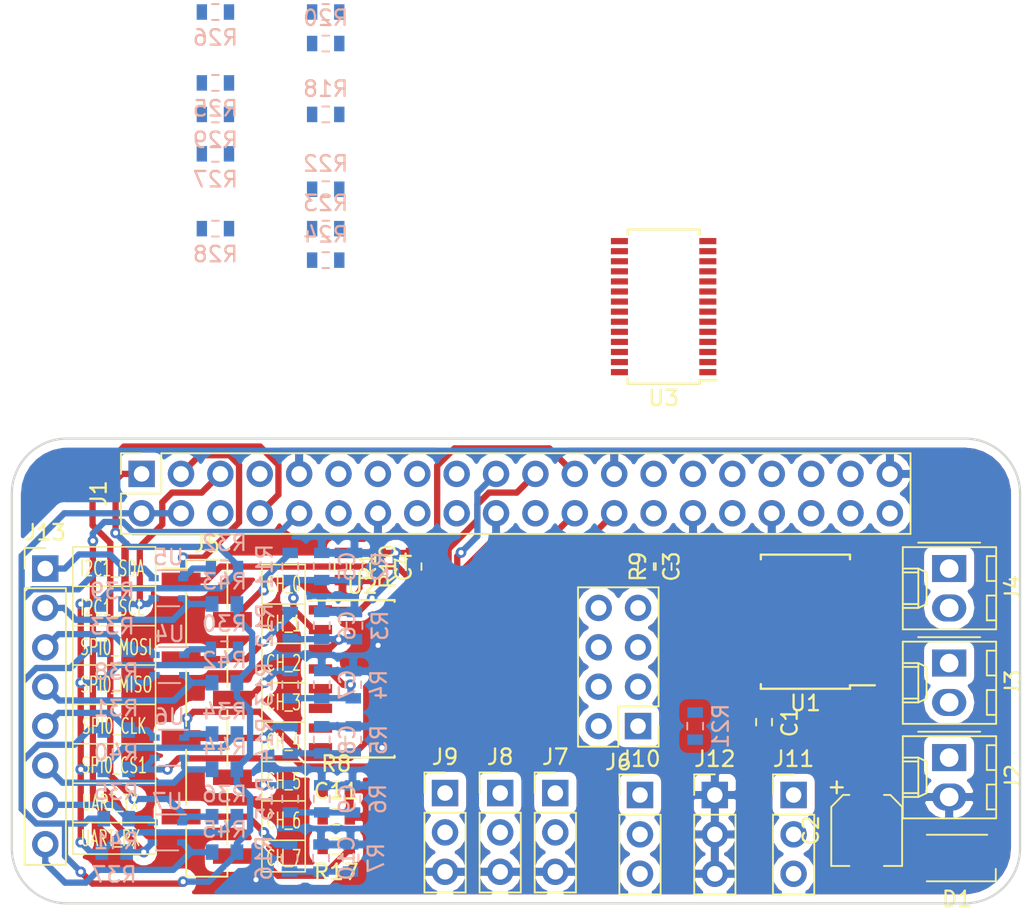
<source format=kicad_pcb>
(kicad_pcb (version 20171130) (host pcbnew 5.0.0-rc2-dev-unknown-c960d67~64~ubuntu17.10.1)
  (title_block (title "FSE RPiShield") (date 2018-01-31) (rev REVB-01) (company "Fullstack Embedded"))
  (layers (0 F.Cu signal) (31 B.Cu signal) (34 B.Paste user hide) (35 F.Paste user hide) (36 B.SilkS user hide) (37 F.SilkS user hide) (38 B.Mask user hide) (39 F.Mask user hide) (44 Edge.Cuts user))
  (net 0 "")
  (net 1 +3V3)
  (net 2 +5V)
  (net 3 +BATT)
  (net 4 GND)
  (net 5 "Net-(C4-Pad1)")
  (net 6 "Net-(C5-Pad1)")
  (net 7 "Net-(C6-Pad1)")
  (net 8 "Net-(C7-Pad1)")
  (net 9 "Net-(C8-Pad1)")
  (net 10 "Net-(J5-Pad8)")
  (net 11 "Net-(J5-Pad7)")
  (net 12 "Net-(J5-Pad6)")
  (net 13 "Net-(J5-Pad5)")
  (net 14 "Net-(J5-Pad4)")
  (net 15 "Net-(J5-Pad3)")
  (net 16 "Net-(J5-Pad2)")
  (net 17 "Net-(J5-Pad1)")
  (net 18 "Net-(C9-Pad1)")
  (net 19 "Net-(C10-Pad1)")
  (net 20 "Net-(J1-Pad24)")
  (net 21 "Net-(J1-Pad32)")
  (net 22 "Net-(J1-Pad33)")
  (net 23 "Net-(J1-Pad35)")
  (net 24 "Net-(J1-Pad36)")
  (net 25 "Net-(J1-Pad37)")
  (net 26 "Net-(J1-Pad40)")
  (net 27 "Net-(J3-Pad1)")
  (net 28 "Net-(J3-Pad2)")
  (net 29 "Net-(J4-Pad1)")
  (net 30 "Net-(J4-Pad2)")
  (net 31 "Net-(J6-Pad1)")
  (net 32 "Net-(J6-Pad2)")
  (net 33 "Net-(J6-Pad3)")
  (net 34 "Net-(J7-Pad1)")
  (net 35 "Net-(J8-Pad1)")
  (net 36 "Net-(J9-Pad1)")
  (net 37 "Net-(J1-Pad38)")
  (net 38 I2C1_SDA_LV)
  (net 39 I2C1_SCL_LV)
  (net 40 "Net-(C11-Pad1)")
  (net 41 "Net-(J6-Pad4)")
  (net 42 "Net-(J6-Pad5)")
  (net 43 "Net-(J6-Pad6)")
  (net 44 "Net-(J6-Pad7)")
  (net 45 "Net-(J6-Pad8)")
  (net 46 I2C1_SDA_HV)
  (net 47 I2C1_SCL_HV)
  (net 48 "Net-(J13-Pad3)")
  (net 49 "Net-(J13-Pad4)")
  (net 50 "Net-(J13-Pad5)")
  (net 51 "Net-(J13-Pad6)")
  (net 52 "Net-(J13-Pad7)")
  (net 53 "Net-(J13-Pad8)")
  (net 54 UART_TX_LV)
  (net 55 UART_RX_LV)
  (net 56 SPI0_MOSI_LV)
  (net 57 SPI0_MISO_LV)
  (net 58 SPI0_CLK_LV)
  (net 59 SPI0_CS1_LV)
  (net 60 "Net-(D1-Pad2)")
  (net 61 "Net-(D1-Pad3)")
  (net 62 "Net-(D1-Pad4)")
  (net 63 "Net-(R9-Pad2)")
  (net 64 "Net-(R18-Pad2)")
  (net 65 "Net-(R19-Pad2)")
  (net 66 "Net-(R20-Pad2)")
  (net 67 "Net-(R21-Pad2)")
  (net 68 "Net-(R22-Pad2)")
  (net 69 "Net-(R23-Pad2)")
  (net 70 "Net-(R24-Pad2)")
  (net 71 "Net-(R25-Pad2)")
  (net 72 "Net-(R26-Pad2)")
  (net 73 "Net-(R27-Pad2)")
  (net 74 "Net-(R28-Pad2)")
  (net 75 "Net-(R29-Pad2)")
  (module Package_TO_SOT_SMD:SOT-363_SC-70-6 (layer B.Cu) (at 10.099 9.652 180)
    (fp_text reference U5 (at 0 2 180) (layer B.SilkS) (effects (justify mirror)))
    (fp_text value BSS138PS)
    (pad 6 smd rect (at 0.95 0.65 180) (size 0.65 0.4) (layers B.Cu B.Paste B.Mask) (net 46 I2C1_SDA_HV))
    (pad 4 smd rect (at 0.95 -0.65 180) (size 0.65 0.4) (layers B.Cu B.Paste B.Mask) (net 39 I2C1_SCL_LV))
    (pad 2 smd rect (at -0.95 0 180) (size 0.65 0.4) (layers B.Cu B.Paste B.Mask) (net 1 +3V3))
    (pad 5 smd rect (at 0.95 0 180) (size 0.65 0.4) (layers B.Cu B.Paste B.Mask) (net 1 +3V3))
    (pad 3 smd rect (at -0.95 -0.65 180) (size 0.65 0.4) (layers B.Cu B.Paste B.Mask) (net 47 I2C1_SCL_HV))
    (pad 1 smd rect (at -0.95 0.65 180) (size 0.65 0.4) (layers B.Cu B.Paste B.Mask) (net 38 I2C1_SDA_LV))
  )
  (module Resistor_SMD:R_0603_1608Metric (layer B.Cu) (at 6.604 26.67)
    (fp_text reference R37 (at 0 1.45) (layer B.SilkS) (effects (justify mirror)))
    (fp_text value 10k)
    (pad 1 smd rect (at -0.8 0) (size 0.82 1) (layers B.Cu B.Paste B.Mask) (net 1 +3V3))
    (pad 2 smd rect (at 0.8 0) (size 0.82 1) (layers B.Cu B.Paste B.Mask) (net 55 UART_RX_LV))
  )
  (module Capacitor_SMD:C_0603_1608Metric (layer F.Cu) (at 40.894 8.255 270)
    (fp_text reference C3 (at 0 -1.65 270) (layer F.SilkS))
    (fp_text value 100n)
    (pad 1 smd rect (at -0.875 0 270) (size 0.67 1) (layers F.Cu F.Paste F.Mask) (net 3 +BATT))
    (pad 2 smd rect (at 0.875 0 270) (size 0.67 1) (layers F.Cu F.Paste F.Mask) (net 4 GND))
  )
  (module Capacitor_SMD:C_0603_1608Metric (layer F.Cu) (at 23.622 8.255 270)
    (fp_text reference C4 (at 0 -1.65 270) (layer F.SilkS))
    (fp_text value 10n)
    (pad 2 smd rect (at 0.875 0 270) (size 0.67 1) (layers F.Cu F.Paste F.Mask) (net 4 GND))
    (pad 1 smd rect (at -0.875 0 270) (size 0.67 1) (layers F.Cu F.Paste F.Mask) (net 5 "Net-(C4-Pad1)"))
  )
  (module Capacitor_SMD:C_0603_1608Metric (layer B.Cu) (at 19.987464 8.247907 90)
    (fp_text reference C5 (at 0 1.65 90) (layer B.SilkS) (effects (justify mirror)))
    (fp_text value 10n)
    (pad 1 smd rect (at -0.875 0 90) (size 0.67 1) (layers B.Cu B.Paste B.Mask) (net 6 "Net-(C5-Pad1)"))
    (pad 2 smd rect (at 0.875 0 90) (size 0.67 1) (layers B.Cu B.Paste B.Mask) (net 4 GND))
  )
  (module Capacitor_SMD:C_0603_1608Metric (layer B.Cu) (at 19.987464 12.057907 90)
    (fp_text reference C6 (at 0 1.65 90) (layer B.SilkS) (effects (justify mirror)))
    (fp_text value 10n)
    (pad 2 smd rect (at 0.875 0 90) (size 0.67 1) (layers B.Cu B.Paste B.Mask) (net 4 GND))
    (pad 1 smd rect (at -0.875 0 90) (size 0.67 1) (layers B.Cu B.Paste B.Mask) (net 7 "Net-(C6-Pad1)"))
  )
  (module Capacitor_SMD:C_0603_1608Metric (layer B.Cu) (at 19.987464 15.867907 90)
    (fp_text reference C7 (at 0 1.65 90) (layer B.SilkS) (effects (justify mirror)))
    (fp_text value 10n)
    (pad 1 smd rect (at -0.875 0 90) (size 0.67 1) (layers B.Cu B.Paste B.Mask) (net 8 "Net-(C7-Pad1)"))
    (pad 2 smd rect (at 0.875 0 90) (size 0.67 1) (layers B.Cu B.Paste B.Mask) (net 4 GND))
  )
  (module Capacitor_SMD:C_0603_1608Metric (layer B.Cu) (at 19.987464 19.423907 90)
    (fp_text reference C8 (at 0 1.65 90) (layer B.SilkS) (effects (justify mirror)))
    (fp_text value 10n)
    (pad 2 smd rect (at 0.875 0 90) (size 0.67 1) (layers B.Cu B.Paste B.Mask) (net 4 GND))
    (pad 1 smd rect (at -0.875 0 90) (size 0.67 1) (layers B.Cu B.Paste B.Mask) (net 9 "Net-(C8-Pad1)"))
  )
  (module Capacitor_SMD:C_0603_1608Metric (layer B.Cu) (at 19.987464 23.233907 90)
    (fp_text reference C9 (at 0 1.65 90) (layer B.SilkS) (effects (justify mirror)))
    (fp_text value 10n)
    (pad 1 smd rect (at -0.875 0 90) (size 0.67 1) (layers B.Cu B.Paste B.Mask) (net 18 "Net-(C9-Pad1)"))
    (pad 2 smd rect (at 0.875 0 90) (size 0.67 1) (layers B.Cu B.Paste B.Mask) (net 4 GND))
  )
  (module Capacitor_SMD:C_0603_1608Metric (layer B.Cu) (at 19.939 27.051 90)
    (fp_text reference C10 (at 0 1.65 90) (layer B.SilkS) (effects (justify mirror)))
    (fp_text value 10n)
    (pad 2 smd rect (at 0.875 0 90) (size 0.67 1) (layers B.Cu B.Paste B.Mask) (net 4 GND))
    (pad 1 smd rect (at -0.875 0 90) (size 0.67 1) (layers B.Cu B.Paste B.Mask) (net 19 "Net-(C10-Pad1)"))
  )
  (module Connector_PinSocket_2.54mm:PinSocket_2x20_P2.54mm_Vertical (layer F.Cu) (at 8.37 2.278 90)
    (fp_text reference J1 (at -1.27 -2.77 90) (layer F.SilkS))
    (fp_text value RaspberryPi)
    (pad 1 thru_hole rect (at 0 0 90) (size 1.7 1.7) (drill 1) (layers *.Cu *.Mask) (net 1 +3V3))
    (pad 2 thru_hole oval (at -2.54 0 90) (size 1.7 1.7) (drill 1) (layers *.Cu *.Mask) (net 2 +5V))
    (pad 3 thru_hole oval (at 0 2.54 90) (size 1.7 1.7) (drill 1) (layers *.Cu *.Mask) (net 38 I2C1_SDA_LV))
    (pad 4 thru_hole oval (at -2.54 2.54 90) (size 1.7 1.7) (drill 1) (layers *.Cu *.Mask) (net 2 +5V))
    (pad 5 thru_hole oval (at 0 5.08 90) (size 1.7 1.7) (drill 1) (layers *.Cu *.Mask) (net 39 I2C1_SCL_LV))
    (pad 6 thru_hole oval (at -2.54 5.08 90) (size 1.7 1.7) (drill 1) (layers *.Cu *.Mask) (net 4 GND))
    (pad 7 thru_hole oval (at 0 7.62 90) (size 1.7 1.7) (drill 1) (layers *.Cu *.Mask))
    (pad 8 thru_hole oval (at -2.54 7.62 90) (size 1.7 1.7) (drill 1) (layers *.Cu *.Mask) (net 54 UART_TX_LV))
    (pad 9 thru_hole oval (at 0 10.16 90) (size 1.7 1.7) (drill 1) (layers *.Cu *.Mask) (net 4 GND))
    (pad 10 thru_hole oval (at -2.54 10.16 90) (size 1.7 1.7) (drill 1) (layers *.Cu *.Mask) (net 55 UART_RX_LV))
    (pad 11 thru_hole oval (at 0 12.7 90) (size 1.7 1.7) (drill 1) (layers *.Cu *.Mask))
    (pad 12 thru_hole oval (at -2.54 12.7 90) (size 1.7 1.7) (drill 1) (layers *.Cu *.Mask))
    (pad 13 thru_hole oval (at 0 15.24 90) (size 1.7 1.7) (drill 1) (layers *.Cu *.Mask))
    (pad 14 thru_hole oval (at -2.54 15.24 90) (size 1.7 1.7) (drill 1) (layers *.Cu *.Mask) (net 4 GND))
    (pad 15 thru_hole oval (at 0 17.78 90) (size 1.7 1.7) (drill 1) (layers *.Cu *.Mask))
    (pad 16 thru_hole oval (at -2.54 17.78 90) (size 1.7 1.7) (drill 1) (layers *.Cu *.Mask))
    (pad 17 thru_hole oval (at 0 20.32 90) (size 1.7 1.7) (drill 1) (layers *.Cu *.Mask) (net 1 +3V3))
    (pad 18 thru_hole oval (at -2.54 20.32 90) (size 1.7 1.7) (drill 1) (layers *.Cu *.Mask))
    (pad 19 thru_hole oval (at 0 22.86 90) (size 1.7 1.7) (drill 1) (layers *.Cu *.Mask) (net 56 SPI0_MOSI_LV))
    (pad 20 thru_hole oval (at -2.54 22.86 90) (size 1.7 1.7) (drill 1) (layers *.Cu *.Mask) (net 4 GND))
    (pad 21 thru_hole oval (at 0 25.4 90) (size 1.7 1.7) (drill 1) (layers *.Cu *.Mask) (net 57 SPI0_MISO_LV))
    (pad 22 thru_hole oval (at -2.54 25.4 90) (size 1.7 1.7) (drill 1) (layers *.Cu *.Mask))
    (pad 23 thru_hole oval (at 0 27.94 90) (size 1.7 1.7) (drill 1) (layers *.Cu *.Mask) (net 58 SPI0_CLK_LV))
    (pad 24 thru_hole oval (at -2.54 27.94 90) (size 1.7 1.7) (drill 1) (layers *.Cu *.Mask) (net 20 "Net-(J1-Pad24)"))
    (pad 25 thru_hole oval (at 0 30.48 90) (size 1.7 1.7) (drill 1) (layers *.Cu *.Mask) (net 4 GND))
    (pad 26 thru_hole oval (at -2.54 30.48 90) (size 1.7 1.7) (drill 1) (layers *.Cu *.Mask) (net 59 SPI0_CS1_LV))
    (pad 27 thru_hole oval (at 0 33.02 90) (size 1.7 1.7) (drill 1) (layers *.Cu *.Mask))
    (pad 28 thru_hole oval (at -2.54 33.02 90) (size 1.7 1.7) (drill 1) (layers *.Cu *.Mask))
    (pad 29 thru_hole oval (at 0 35.56 90) (size 1.7 1.7) (drill 1) (layers *.Cu *.Mask))
    (pad 30 thru_hole oval (at -2.54 35.56 90) (size 1.7 1.7) (drill 1) (layers *.Cu *.Mask) (net 4 GND))
    (pad 31 thru_hole oval (at 0 38.1 90) (size 1.7 1.7) (drill 1) (layers *.Cu *.Mask))
    (pad 32 thru_hole oval (at -2.54 38.1 90) (size 1.7 1.7) (drill 1) (layers *.Cu *.Mask) (net 21 "Net-(J1-Pad32)"))
    (pad 33 thru_hole oval (at 0 40.64 90) (size 1.7 1.7) (drill 1) (layers *.Cu *.Mask) (net 22 "Net-(J1-Pad33)"))
    (pad 34 thru_hole oval (at -2.54 40.64 90) (size 1.7 1.7) (drill 1) (layers *.Cu *.Mask) (net 4 GND))
    (pad 35 thru_hole oval (at 0 43.18 90) (size 1.7 1.7) (drill 1) (layers *.Cu *.Mask) (net 23 "Net-(J1-Pad35)"))
    (pad 36 thru_hole oval (at -2.54 43.18 90) (size 1.7 1.7) (drill 1) (layers *.Cu *.Mask) (net 24 "Net-(J1-Pad36)"))
    (pad 37 thru_hole oval (at 0 45.72 90) (size 1.7 1.7) (drill 1) (layers *.Cu *.Mask) (net 25 "Net-(J1-Pad37)"))
    (pad 38 thru_hole oval (at -2.54 45.72 90) (size 1.7 1.7) (drill 1) (layers *.Cu *.Mask) (net 37 "Net-(J1-Pad38)"))
    (pad 39 thru_hole oval (at 0 48.26 90) (size 1.7 1.7) (drill 1) (layers *.Cu *.Mask) (net 4 GND))
    (pad 40 thru_hole oval (at -2.54 48.26 90) (size 1.7 1.7) (drill 1) (layers *.Cu *.Mask) (net 26 "Net-(J1-Pad40)"))
  )
  (module Connector_Molex:Molex_KK-254_AE-6410-02A_1x02_P2.54mm_Vertical (layer F.Cu) (at 60.452 20.574 270)
    (fp_text reference J2 (at 1.27 -4.12 270) (layer F.SilkS))
    (fp_text value Conn_01x02)
    (pad 2 thru_hole oval (at 2.54 0 270) (size 1.74 2.2) (drill 1.2) (layers *.Cu *.Mask) (net 4 GND))
    (pad 1 thru_hole rect (at 0 0 270) (size 1.74 2.2) (drill 1.2) (layers *.Cu *.Mask) (net 3 +BATT))
  )
  (module Connector_Molex:Molex_KK-254_AE-6410-02A_1x02_P2.54mm_Vertical (layer F.Cu) (at 60.452 14.478 270)
    (fp_text reference J3 (at 1.27 -4.12 270) (layer F.SilkS))
    (fp_text value Conn_01x02)
    (pad 1 thru_hole rect (at 0 0 270) (size 1.74 2.2) (drill 1.2) (layers *.Cu *.Mask) (net 27 "Net-(J3-Pad1)"))
    (pad 2 thru_hole oval (at 2.54 0 270) (size 1.74 2.2) (drill 1.2) (layers *.Cu *.Mask) (net 28 "Net-(J3-Pad2)"))
  )
  (module Connector_Molex:Molex_KK-254_AE-6410-02A_1x02_P2.54mm_Vertical (layer F.Cu) (at 60.452 8.382 270)
    (fp_text reference J4 (at 1.27 -4.12 270) (layer F.SilkS))
    (fp_text value Conn_01x02)
    (pad 1 thru_hole rect (at 0 0 270) (size 1.74 2.2) (drill 1.2) (layers *.Cu *.Mask) (net 29 "Net-(J4-Pad1)"))
    (pad 2 thru_hole oval (at 2.54 0 270) (size 1.74 2.2) (drill 1.2) (layers *.Cu *.Mask) (net 30 "Net-(J4-Pad2)"))
  )
  (module Connector_PinHeader_2.54mm:PinHeader_1x03_P2.54mm_Vertical (layer F.Cu) (at 35.052 22.86)
    (fp_text reference J7 (at 0 -2.33) (layer F.SilkS))
    (fp_text value Conn_01x03)
    (pad 3 thru_hole oval (at 0 5.08) (size 1.7 1.7) (drill 1) (layers *.Cu *.Mask) (net 4 GND))
    (pad 2 thru_hole oval (at 0 2.54) (size 1.7 1.7) (drill 1) (layers *.Cu *.Mask) (net 2 +5V))
    (pad 1 thru_hole rect (at 0 0) (size 1.7 1.7) (drill 1) (layers *.Cu *.Mask) (net 34 "Net-(J7-Pad1)"))
  )
  (module Connector_PinHeader_2.54mm:PinHeader_1x03_P2.54mm_Vertical (layer F.Cu) (at 31.496 22.86)
    (fp_text reference J8 (at 0 -2.33) (layer F.SilkS))
    (fp_text value Conn_01x03)
    (pad 1 thru_hole rect (at 0 0) (size 1.7 1.7) (drill 1) (layers *.Cu *.Mask) (net 35 "Net-(J8-Pad1)"))
    (pad 2 thru_hole oval (at 0 2.54) (size 1.7 1.7) (drill 1) (layers *.Cu *.Mask) (net 2 +5V))
    (pad 3 thru_hole oval (at 0 5.08) (size 1.7 1.7) (drill 1) (layers *.Cu *.Mask) (net 4 GND))
  )
  (module Connector_PinHeader_2.54mm:PinHeader_1x03_P2.54mm_Vertical (layer F.Cu) (at 27.94 22.86)
    (fp_text reference J9 (at 0 -2.33) (layer F.SilkS))
    (fp_text value Conn_01x03)
    (pad 3 thru_hole oval (at 0 5.08) (size 1.7 1.7) (drill 1) (layers *.Cu *.Mask) (net 4 GND))
    (pad 2 thru_hole oval (at 0 2.54) (size 1.7 1.7) (drill 1) (layers *.Cu *.Mask) (net 2 +5V))
    (pad 1 thru_hole rect (at 0 0) (size 1.7 1.7) (drill 1) (layers *.Cu *.Mask) (net 36 "Net-(J9-Pad1)"))
  )
  (module Connector_PinHeader_2.54mm:PinHeader_1x03_P2.54mm_Vertical (layer F.Cu) (at 40.513 22.987)
    (fp_text reference J10 (at 0 -2.33) (layer F.SilkS))
    (fp_text value Conn_01x03)
    (pad 1 thru_hole rect (at 0 0) (size 1.7 1.7) (drill 1) (layers *.Cu *.Mask) (net 2 +5V))
    (pad 2 thru_hole oval (at 0 2.54) (size 1.7 1.7) (drill 1) (layers *.Cu *.Mask) (net 2 +5V))
    (pad 3 thru_hole oval (at 0 5.08) (size 1.7 1.7) (drill 1) (layers *.Cu *.Mask) (net 2 +5V))
  )
  (module Connector_PinHeader_2.54mm:PinHeader_1x03_P2.54mm_Vertical (layer F.Cu) (at 50.419 22.987)
    (fp_text reference J11 (at 0 -2.33) (layer F.SilkS))
    (fp_text value Conn_01x03)
    (pad 3 thru_hole oval (at 0 5.08) (size 1.7 1.7) (drill 1) (layers *.Cu *.Mask) (net 1 +3V3))
    (pad 2 thru_hole oval (at 0 2.54) (size 1.7 1.7) (drill 1) (layers *.Cu *.Mask) (net 1 +3V3))
    (pad 1 thru_hole rect (at 0 0) (size 1.7 1.7) (drill 1) (layers *.Cu *.Mask) (net 1 +3V3))
  )
  (module Resistor_SMD:R_0603_1608Metric (layer F.Cu) (at 21.325611 8.250847 270)
    (fp_text reference R1 (at 0 -1.65 270) (layer F.SilkS))
    (fp_text value 1k)
    (pad 2 smd rect (at 0.875 0 270) (size 0.67 1) (layers F.Cu F.Paste F.Mask) (net 4 GND))
    (pad 1 smd rect (at -0.875 0 270) (size 0.67 1) (layers F.Cu F.Paste F.Mask) (net 5 "Net-(C4-Pad1)"))
  )
  (module Resistor_SMD:R_0603_1608Metric (layer B.Cu) (at 22.098 8.255 90)
    (fp_text reference R2 (at 0 1.65 90) (layer B.SilkS) (effects (justify mirror)))
    (fp_text value 1k)
    (pad 2 smd rect (at 0.875 0 90) (size 0.67 1) (layers B.Cu B.Paste B.Mask) (net 4 GND))
    (pad 1 smd rect (at -0.875 0 90) (size 0.67 1) (layers B.Cu B.Paste B.Mask) (net 6 "Net-(C5-Pad1)"))
  )
  (module Resistor_SMD:R_0603_1608Metric (layer B.Cu) (at 22.098 12.065 90)
    (fp_text reference R3 (at 0 1.65 90) (layer B.SilkS) (effects (justify mirror)))
    (fp_text value 1k)
    (pad 1 smd rect (at -0.875 0 90) (size 0.67 1) (layers B.Cu B.Paste B.Mask) (net 7 "Net-(C6-Pad1)"))
    (pad 2 smd rect (at 0.875 0 90) (size 0.67 1) (layers B.Cu B.Paste B.Mask) (net 4 GND))
  )
  (module Resistor_SMD:R_0603_1608Metric (layer B.Cu) (at 22.019464 15.875 90)
    (fp_text reference R4 (at 0 1.65 90) (layer B.SilkS) (effects (justify mirror)))
    (fp_text value 1k)
    (pad 2 smd rect (at 0.875 0 90) (size 0.67 1) (layers B.Cu B.Paste B.Mask) (net 4 GND))
    (pad 1 smd rect (at -0.875 0 90) (size 0.67 1) (layers B.Cu B.Paste B.Mask) (net 8 "Net-(C7-Pad1)"))
  )
  (module Resistor_SMD:R_0603_1608Metric (layer B.Cu) (at 22.019464 19.431 90)
    (fp_text reference R5 (at 0 1.65 90) (layer B.SilkS) (effects (justify mirror)))
    (fp_text value 10k)
    (pad 2 smd rect (at 0.875 0 90) (size 0.67 1) (layers B.Cu B.Paste B.Mask) (net 4 GND))
    (pad 1 smd rect (at -0.875 0 90) (size 0.67 1) (layers B.Cu B.Paste B.Mask) (net 9 "Net-(C8-Pad1)"))
  )
  (module Resistor_SMD:R_0603_1608Metric (layer B.Cu) (at 21.971 23.241 90)
    (fp_text reference R6 (at 0 1.65 90) (layer B.SilkS) (effects (justify mirror)))
    (fp_text value 10k)
    (pad 1 smd rect (at -0.875 0 90) (size 0.67 1) (layers B.Cu B.Paste B.Mask) (net 18 "Net-(C9-Pad1)"))
    (pad 2 smd rect (at 0.875 0 90) (size 0.67 1) (layers B.Cu B.Paste B.Mask) (net 4 GND))
  )
  (module Resistor_SMD:R_0603_1608Metric (layer B.Cu) (at 21.844 27.051 90)
    (fp_text reference R7 (at 0 1.65 90) (layer B.SilkS) (effects (justify mirror)))
    (fp_text value 10k)
    (pad 1 smd rect (at -0.875 0 90) (size 0.67 1) (layers B.Cu B.Paste B.Mask) (net 19 "Net-(C10-Pad1)"))
    (pad 2 smd rect (at 0.875 0 90) (size 0.67 1) (layers B.Cu B.Paste B.Mask) (net 4 GND))
  )
  (module Resistor_SMD:R_0603_1608Metric (layer F.Cu) (at 20.923592 22.619883)
    (fp_text reference R8 (at 0 -1.65) (layer F.SilkS))
    (fp_text value 10k)
    (pad 1 smd rect (at -0.875 0) (size 0.67 1) (layers F.Cu F.Paste F.Mask) (net 40 "Net-(C11-Pad1)"))
    (pad 2 smd rect (at 0.875 0) (size 0.67 1) (layers F.Cu F.Paste F.Mask) (net 4 GND))
  )
  (module Resistor_SMD:R_0603_1608Metric (layer F.Cu) (at 42.037 8.255 90)
    (fp_text reference R9 (at 0 -1.65 90) (layer F.SilkS))
    (fp_text value 10k)
    (pad 2 smd rect (at 0.875 0 90) (size 0.67 1) (layers F.Cu F.Paste F.Mask) (net 63 "Net-(R9-Pad2)"))
    (pad 1 smd rect (at -0.875 0 90) (size 0.67 1) (layers F.Cu F.Paste F.Mask) (net 4 GND))
  )
  (module Resistor_SMD:R_0603_1608Metric (layer F.Cu) (at 25.908 8.255 90)
    (fp_text reference R10 (at 0 -1.65 90) (layer F.SilkS))
    (fp_text value 1k)
    (pad 1 smd rect (at -0.875 0 90) (size 0.67 1) (layers F.Cu F.Paste F.Mask) (net 17 "Net-(J5-Pad1)"))
    (pad 2 smd rect (at 0.875 0 90) (size 0.67 1) (layers F.Cu F.Paste F.Mask) (net 5 "Net-(C4-Pad1)"))
  )
  (module Resistor_SMD:R_0603_1608Metric (layer B.Cu) (at 17.955464 8.247907 270)
    (fp_text reference R11 (at 0 1.65 270) (layer B.SilkS) (effects (justify mirror)))
    (fp_text value 1k)
    (pad 1 smd rect (at -0.875 0 270) (size 0.67 1) (layers B.Cu B.Paste B.Mask) (net 16 "Net-(J5-Pad2)"))
    (pad 2 smd rect (at 0.875 0 270) (size 0.67 1) (layers B.Cu B.Paste B.Mask) (net 6 "Net-(C5-Pad1)"))
  )
  (module Resistor_SMD:R_0603_1608Metric (layer B.Cu) (at 17.955464 12.057907 270)
    (fp_text reference R12 (at 0 1.65 270) (layer B.SilkS) (effects (justify mirror)))
    (fp_text value 1k)
    (pad 2 smd rect (at 0.875 0 270) (size 0.67 1) (layers B.Cu B.Paste B.Mask) (net 7 "Net-(C6-Pad1)"))
    (pad 1 smd rect (at -0.875 0 270) (size 0.67 1) (layers B.Cu B.Paste B.Mask) (net 15 "Net-(J5-Pad3)"))
  )
  (module Resistor_SMD:R_0603_1608Metric (layer B.Cu) (at 17.955464 15.867907 270)
    (fp_text reference R13 (at 0 1.65 270) (layer B.SilkS) (effects (justify mirror)))
    (fp_text value 1k)
    (pad 1 smd rect (at -0.875 0 270) (size 0.67 1) (layers B.Cu B.Paste B.Mask) (net 14 "Net-(J5-Pad4)"))
    (pad 2 smd rect (at 0.875 0 270) (size 0.67 1) (layers B.Cu B.Paste B.Mask) (net 8 "Net-(C7-Pad1)"))
  )
  (module Resistor_SMD:R_0603_1608Metric (layer B.Cu) (at 17.955464 19.423907 270)
    (fp_text reference R14 (at 0 1.65 270) (layer B.SilkS) (effects (justify mirror)))
    (fp_text value 22k)
    (pad 2 smd rect (at 0.875 0 270) (size 0.67 1) (layers B.Cu B.Paste B.Mask) (net 9 "Net-(C8-Pad1)"))
    (pad 1 smd rect (at -0.875 0 270) (size 0.67 1) (layers B.Cu B.Paste B.Mask) (net 13 "Net-(J5-Pad5)"))
  )
  (module Resistor_SMD:R_0603_1608Metric (layer B.Cu) (at 17.955464 23.233907 270)
    (fp_text reference R15 (at 0 1.65 270) (layer B.SilkS) (effects (justify mirror)))
    (fp_text value 22k)
    (pad 1 smd rect (at -0.875 0 270) (size 0.67 1) (layers B.Cu B.Paste B.Mask) (net 12 "Net-(J5-Pad6)"))
    (pad 2 smd rect (at 0.875 0 270) (size 0.67 1) (layers B.Cu B.Paste B.Mask) (net 18 "Net-(C9-Pad1)"))
  )
  (module Resistor_SMD:R_0603_1608Metric (layer B.Cu) (at 17.907 27.051 270)
    (fp_text reference R16 (at 0 1.65 270) (layer B.SilkS) (effects (justify mirror)))
    (fp_text value 22k)
    (pad 2 smd rect (at 0.875 0 270) (size 0.67 1) (layers B.Cu B.Paste B.Mask) (net 19 "Net-(C10-Pad1)"))
    (pad 1 smd rect (at -0.875 0 270) (size 0.67 1) (layers B.Cu B.Paste B.Mask) (net 11 "Net-(J5-Pad7)"))
  )
  (module Resistor_SMD:R_0603_1608Metric (layer F.Cu) (at 20.923592 26.302883 180)
    (fp_text reference R17 (at 0 -1.65 180) (layer F.SilkS))
    (fp_text value 22k)
    (pad 2 smd rect (at 0.875 0 180) (size 0.67 1) (layers F.Cu F.Paste F.Mask) (net 40 "Net-(C11-Pad1)"))
    (pad 1 smd rect (at -0.875 0 180) (size 0.67 1) (layers F.Cu F.Paste F.Mask) (net 10 "Net-(J5-Pad8)"))
  )
  (module Resistor_SMD:R_0603_1608Metric (layer B.Cu) (at 20.242621 -20.905804 180)
    (fp_text reference R18 (at 0 1.65 180) (layer B.SilkS) (effects (justify mirror)))
    (fp_text value 220)
    (pad 1 smd rect (at -0.875 0 180) (size 0.67 1) (layers B.Cu B.Paste B.Mask) (net 60 "Net-(D1-Pad2)"))
    (pad 2 smd rect (at 0.875 0 180) (size 0.67 1) (layers B.Cu B.Paste B.Mask) (net 64 "Net-(R18-Pad2)"))
  )
  (module Resistor_SMD:R_0603_1608Metric (layer B.Cu) (at 20.242621 -27.509804 180)
    (fp_text reference R19 (at 0 1.65 180) (layer B.SilkS) (effects (justify mirror)))
    (fp_text value 220)
    (pad 1 smd rect (at -0.875 0 180) (size 0.67 1) (layers B.Cu B.Paste B.Mask) (net 61 "Net-(D1-Pad3)"))
    (pad 2 smd rect (at 0.875 0 180) (size 0.67 1) (layers B.Cu B.Paste B.Mask) (net 65 "Net-(R19-Pad2)"))
  )
  (module Resistor_SMD:R_0603_1608Metric (layer B.Cu) (at 20.242621 -25.477804 180)
    (fp_text reference R20 (at 0 1.65 180) (layer B.SilkS) (effects (justify mirror)))
    (fp_text value 220)
    (pad 2 smd rect (at 0.875 0 180) (size 0.67 1) (layers B.Cu B.Paste B.Mask) (net 66 "Net-(R20-Pad2)"))
    (pad 1 smd rect (at -0.875 0 180) (size 0.67 1) (layers B.Cu B.Paste B.Mask) (net 62 "Net-(D1-Pad4)"))
  )
  (module Resistor_SMD:R_0603_1608Metric (layer B.Cu) (at 44.069 18.542 90)
    (fp_text reference R21 (at 0 1.65 90) (layer B.SilkS) (effects (justify mirror)))
    (fp_text value 220)
    (pad 2 smd rect (at 0.875 0 90) (size 0.67 1) (layers B.Cu B.Paste B.Mask) (net 67 "Net-(R21-Pad2)"))
    (pad 1 smd rect (at -0.875 0 90) (size 0.67 1) (layers B.Cu B.Paste B.Mask) (net 31 "Net-(J6-Pad1)"))
  )
  (module Resistor_SMD:R_0603_1608Metric (layer B.Cu) (at 20.242621 -16.079804 180)
    (fp_text reference R22 (at 0 1.65 180) (layer B.SilkS) (effects (justify mirror)))
    (fp_text value 220)
    (pad 1 smd rect (at -0.875 0 180) (size 0.67 1) (layers B.Cu B.Paste B.Mask) (net 32 "Net-(J6-Pad2)"))
    (pad 2 smd rect (at 0.875 0 180) (size 0.67 1) (layers B.Cu B.Paste B.Mask) (net 68 "Net-(R22-Pad2)"))
  )
  (module Resistor_SMD:R_0603_1608Metric (layer B.Cu) (at 20.242621 -13.539804 180)
    (fp_text reference R23 (at 0 1.65 180) (layer B.SilkS) (effects (justify mirror)))
    (fp_text value 220)
    (pad 2 smd rect (at 0.875 0 180) (size 0.67 1) (layers B.Cu B.Paste B.Mask) (net 69 "Net-(R23-Pad2)"))
    (pad 1 smd rect (at -0.875 0 180) (size 0.67 1) (layers B.Cu B.Paste B.Mask) (net 33 "Net-(J6-Pad3)"))
  )
  (module Resistor_SMD:R_0603_1608Metric (layer B.Cu) (at 20.242621 -11.507804 180)
    (fp_text reference R24 (at 0 1.65 180) (layer B.SilkS) (effects (justify mirror)))
    (fp_text value 220)
    (pad 1 smd rect (at -0.875 0 180) (size 0.67 1) (layers B.Cu B.Paste B.Mask) (net 41 "Net-(J6-Pad4)"))
    (pad 2 smd rect (at 0.875 0 180) (size 0.67 1) (layers B.Cu B.Paste B.Mask) (net 70 "Net-(R24-Pad2)"))
  )
  (module Resistor_SMD:R_0603_1608Metric (layer B.Cu) (at 13.130621 -22.937804)
    (fp_text reference R25 (at 0 1.65) (layer B.SilkS) (effects (justify mirror)))
    (fp_text value 220)
    (pad 2 smd rect (at 0.875 0) (size 0.67 1) (layers B.Cu B.Paste B.Mask) (net 71 "Net-(R25-Pad2)"))
    (pad 1 smd rect (at -0.875 0) (size 0.67 1) (layers B.Cu B.Paste B.Mask) (net 42 "Net-(J6-Pad5)"))
  )
  (module Resistor_SMD:R_0603_1608Metric (layer B.Cu) (at 13.130621 -27.509804)
    (fp_text reference R26 (at 0 1.65) (layer B.SilkS) (effects (justify mirror)))
    (fp_text value 220)
    (pad 1 smd rect (at -0.875 0) (size 0.67 1) (layers B.Cu B.Paste B.Mask) (net 43 "Net-(J6-Pad6)"))
    (pad 2 smd rect (at 0.875 0) (size 0.67 1) (layers B.Cu B.Paste B.Mask) (net 72 "Net-(R26-Pad2)"))
  )
  (module Resistor_SMD:R_0603_1608Metric (layer B.Cu) (at 13.130621 -18.365804)
    (fp_text reference R27 (at 0 1.65) (layer B.SilkS) (effects (justify mirror)))
    (fp_text value 220)
    (pad 2 smd rect (at 0.875 0) (size 0.67 1) (layers B.Cu B.Paste B.Mask) (net 73 "Net-(R27-Pad2)"))
    (pad 1 smd rect (at -0.875 0) (size 0.67 1) (layers B.Cu B.Paste B.Mask) (net 44 "Net-(J6-Pad7)"))
  )
  (module Resistor_SMD:R_0603_1608Metric (layer B.Cu) (at 13.130621 -13.539804)
    (fp_text reference R28 (at 0 1.65) (layer B.SilkS) (effects (justify mirror)))
    (fp_text value 220)
    (pad 2 smd rect (at 0.875 0) (size 0.67 1) (layers B.Cu B.Paste B.Mask) (net 74 "Net-(R28-Pad2)"))
    (pad 1 smd rect (at -0.875 0) (size 0.67 1) (layers B.Cu B.Paste B.Mask) (net 45 "Net-(J6-Pad8)"))
  )
  (module Resistor_SMD:R_0603_1608Metric (layer B.Cu) (at 13.130621 -20.905804)
    (fp_text reference R29 (at 0 1.65) (layer B.SilkS) (effects (justify mirror)))
    (fp_text value 220)
    (pad 1 smd rect (at -0.875 0) (size 0.67 1) (layers B.Cu B.Paste B.Mask) (net 36 "Net-(J9-Pad1)"))
    (pad 2 smd rect (at 0.875 0) (size 0.67 1) (layers B.Cu B.Paste B.Mask) (net 75 "Net-(R29-Pad2)"))
  )
  (module Resistor_SMD:R_0603_1608Metric (layer B.Cu) (at 13.716 13.589 180)
    (fp_text reference R30 (at 0 1.65 180) (layer B.SilkS) (effects (justify mirror)))
    (fp_text value 10k)
    (pad 2 smd rect (at 0.875 0 180) (size 0.67 1) (layers B.Cu B.Paste B.Mask) (net 56 SPI0_MOSI_LV))
    (pad 1 smd rect (at -0.875 0 180) (size 0.67 1) (layers B.Cu B.Paste B.Mask) (net 1 +3V3))
  )
  (module Resistor_SMD:R_0603_1608Metric (layer B.Cu) (at 6.731 15.748)
    (fp_text reference R31 (at 0 1.65) (layer B.SilkS) (effects (justify mirror)))
    (fp_text value 10k)
    (pad 1 smd rect (at -0.875 0) (size 0.67 1) (layers B.Cu B.Paste B.Mask) (net 1 +3V3))
    (pad 2 smd rect (at 0.875 0) (size 0.67 1) (layers B.Cu B.Paste B.Mask) (net 57 SPI0_MISO_LV))
  )
  (module Resistor_SMD:R_0603_1608Metric (layer B.Cu) (at 13.716 8.382 180)
    (fp_text reference R32 (at 0 1.65 180) (layer B.SilkS) (effects (justify mirror)))
    (fp_text value 10k)
    (pad 1 smd rect (at -0.875 0 180) (size 0.67 1) (layers B.Cu B.Paste B.Mask) (net 1 +3V3))
    (pad 2 smd rect (at 0.875 0 180) (size 0.67 1) (layers B.Cu B.Paste B.Mask) (net 38 I2C1_SDA_LV))
  )
  (module Package_TO_SOT_SMD:SOT-363_SC-70-6 (layer B.Cu) (at 10.16 19.939 180)
    (fp_text reference U6 (at 0 2 180) (layer B.SilkS) (effects (justify mirror)))
    (fp_text value BSS138PS)
    (pad 1 smd rect (at -0.95 0.65 180) (size 0.65 0.4) (layers B.Cu B.Paste B.Mask) (net 58 SPI0_CLK_LV))
    (pad 3 smd rect (at -0.95 -0.65 180) (size 0.65 0.4) (layers B.Cu B.Paste B.Mask) (net 51 "Net-(J13-Pad6)"))
    (pad 5 smd rect (at 0.95 0 180) (size 0.65 0.4) (layers B.Cu B.Paste B.Mask) (net 1 +3V3))
    (pad 2 smd rect (at -0.95 0 180) (size 0.65 0.4) (layers B.Cu B.Paste B.Mask) (net 1 +3V3))
    (pad 4 smd rect (at 0.95 -0.65 180) (size 0.65 0.4) (layers B.Cu B.Paste B.Mask) (net 59 SPI0_CS1_LV))
    (pad 6 smd rect (at 0.95 0.65 180) (size 0.65 0.4) (layers B.Cu B.Paste B.Mask) (net 50 "Net-(J13-Pad5)"))
  )
  (module Package_TO_SOT_SMD:SOT-363_SC-70-6 (layer B.Cu) (at 10.033 25.4 180)
    (fp_text reference U7 (at 0 2 180) (layer B.SilkS) (effects (justify mirror)))
    (fp_text value BSS138PS)
    (pad 6 smd rect (at 0.95 0.65 180) (size 0.65 0.4) (layers B.Cu B.Paste B.Mask) (net 52 "Net-(J13-Pad7)"))
    (pad 4 smd rect (at 0.95 -0.65 180) (size 0.65 0.4) (layers B.Cu B.Paste B.Mask) (net 55 UART_RX_LV))
    (pad 2 smd rect (at -0.95 0 180) (size 0.65 0.4) (layers B.Cu B.Paste B.Mask) (net 1 +3V3))
    (pad 5 smd rect (at 0.95 0 180) (size 0.65 0.4) (layers B.Cu B.Paste B.Mask) (net 1 +3V3))
    (pad 3 smd rect (at -0.95 -0.65 180) (size 0.65 0.4) (layers B.Cu B.Paste B.Mask) (net 53 "Net-(J13-Pad8)"))
    (pad 1 smd rect (at -0.95 0.65 180) (size 0.65 0.4) (layers B.Cu B.Paste B.Mask) (net 54 UART_TX_LV))
  )
  (module Package_SO:SSOP-24_5.3x8.2mm_P0.65mm (layer F.Cu) (at 51.181 11.811 180)
    (fp_text reference U1 (at 0 -5.25 180) (layer F.SilkS))
    (fp_text value TB6612FNG)
    (pad 1 smd rect (at -3.6 -3.575 180) (size 1.75 0.45) (layers F.Cu F.Paste F.Mask) (net 27 "Net-(J3-Pad1)"))
    (pad 2 smd rect (at -3.6 -2.925 180) (size 1.75 0.45) (layers F.Cu F.Paste F.Mask) (net 27 "Net-(J3-Pad1)"))
    (pad 3 smd rect (at -3.6 -2.275 180) (size 1.75 0.45) (layers F.Cu F.Paste F.Mask) (net 4 GND))
    (pad 4 smd rect (at -3.6 -1.625 180) (size 1.75 0.45) (layers F.Cu F.Paste F.Mask) (net 4 GND))
    (pad 5 smd rect (at -3.6 -0.975 180) (size 1.75 0.45) (layers F.Cu F.Paste F.Mask) (net 28 "Net-(J3-Pad2)"))
    (pad 6 smd rect (at -3.6 -0.325 180) (size 1.75 0.45) (layers F.Cu F.Paste F.Mask) (net 28 "Net-(J3-Pad2)"))
    (pad 7 smd rect (at -3.6 0.325 180) (size 1.75 0.45) (layers F.Cu F.Paste F.Mask) (net 30 "Net-(J4-Pad2)"))
    (pad 8 smd rect (at -3.6 0.975 180) (size 1.75 0.45) (layers F.Cu F.Paste F.Mask) (net 30 "Net-(J4-Pad2)"))
    (pad 9 smd rect (at -3.6 1.625 180) (size 1.75 0.45) (layers F.Cu F.Paste F.Mask) (net 4 GND))
    (pad 10 smd rect (at -3.6 2.275 180) (size 1.75 0.45) (layers F.Cu F.Paste F.Mask) (net 4 GND))
    (pad 11 smd rect (at -3.6 2.925 180) (size 1.75 0.45) (layers F.Cu F.Paste F.Mask) (net 29 "Net-(J4-Pad1)"))
    (pad 12 smd rect (at -3.6 3.575 180) (size 1.75 0.45) (layers F.Cu F.Paste F.Mask) (net 29 "Net-(J4-Pad1)"))
    (pad 13 smd rect (at 3.6 3.575 180) (size 1.75 0.45) (layers F.Cu F.Paste F.Mask) (net 3 +BATT))
    (pad 14 smd rect (at 3.6 2.925 180) (size 1.75 0.45) (layers F.Cu F.Paste F.Mask) (net 3 +BATT))
    (pad 15 smd rect (at 3.6 2.275 180) (size 1.75 0.45) (layers F.Cu F.Paste F.Mask) (net 22 "Net-(J1-Pad33)"))
    (pad 16 smd rect (at 3.6 1.625 180) (size 1.75 0.45) (layers F.Cu F.Paste F.Mask) (net 37 "Net-(J1-Pad38)"))
    (pad 17 smd rect (at 3.6 0.975 180) (size 1.75 0.45) (layers F.Cu F.Paste F.Mask) (net 25 "Net-(J1-Pad37)"))
    (pad 18 smd rect (at 3.6 0.325 180) (size 1.75 0.45) (layers F.Cu F.Paste F.Mask) (net 4 GND))
    (pad 19 smd rect (at 3.6 -0.325 180) (size 1.75 0.45) (layers F.Cu F.Paste F.Mask) (net 26 "Net-(J1-Pad40)"))
    (pad 20 smd rect (at 3.6 -0.975 180) (size 1.75 0.45) (layers F.Cu F.Paste F.Mask) (net 1 +3V3))
    (pad 21 smd rect (at 3.6 -1.625 180) (size 1.75 0.45) (layers F.Cu F.Paste F.Mask) (net 23 "Net-(J1-Pad35)"))
    (pad 22 smd rect (at 3.6 -2.275 180) (size 1.75 0.45) (layers F.Cu F.Paste F.Mask) (net 24 "Net-(J1-Pad36)"))
    (pad 23 smd rect (at 3.6 -2.925 180) (size 1.75 0.45) (layers F.Cu F.Paste F.Mask) (net 21 "Net-(J1-Pad32)"))
    (pad 24 smd rect (at 3.6 -3.575 180) (size 1.75 0.45) (layers F.Cu F.Paste F.Mask) (net 3 +BATT))
  )
  (module Package_SO:SOIC-16_3.9x9.9mm_P1.27mm (layer F.Cu) (at 22.606 15.494)
    (fp_text reference U2 (at 0 -6) (layer F.SilkS))
    (fp_text value MCP3008)
    (pad 1 smd rect (at -2.7 -4.445) (size 1.5 0.6) (layers F.Cu F.Paste F.Mask) (net 5 "Net-(C4-Pad1)"))
    (pad 2 smd rect (at -2.7 -3.175) (size 1.5 0.6) (layers F.Cu F.Paste F.Mask) (net 6 "Net-(C5-Pad1)"))
    (pad 3 smd rect (at -2.7 -1.905) (size 1.5 0.6) (layers F.Cu F.Paste F.Mask) (net 7 "Net-(C6-Pad1)"))
    (pad 4 smd rect (at -2.7 -0.635) (size 1.5 0.6) (layers F.Cu F.Paste F.Mask) (net 8 "Net-(C7-Pad1)"))
    (pad 5 smd rect (at -2.7 0.635) (size 1.5 0.6) (layers F.Cu F.Paste F.Mask) (net 9 "Net-(C8-Pad1)"))
    (pad 6 smd rect (at -2.7 1.905) (size 1.5 0.6) (layers F.Cu F.Paste F.Mask) (net 18 "Net-(C9-Pad1)"))
    (pad 7 smd rect (at -2.7 3.175) (size 1.5 0.6) (layers F.Cu F.Paste F.Mask) (net 19 "Net-(C10-Pad1)"))
    (pad 8 smd rect (at -2.7 4.445) (size 1.5 0.6) (layers F.Cu F.Paste F.Mask) (net 40 "Net-(C11-Pad1)"))
    (pad 9 smd rect (at 2.7 4.445) (size 1.5 0.6) (layers F.Cu F.Paste F.Mask) (net 4 GND))
    (pad 10 smd rect (at 2.7 3.175) (size 1.5 0.6) (layers F.Cu F.Paste F.Mask) (net 20 "Net-(J1-Pad24)"))
    (pad 11 smd rect (at 2.7 1.905) (size 1.5 0.6) (layers F.Cu F.Paste F.Mask) (net 56 SPI0_MOSI_LV))
    (pad 12 smd rect (at 2.7 0.635) (size 1.5 0.6) (layers F.Cu F.Paste F.Mask) (net 57 SPI0_MISO_LV))
    (pad 13 smd rect (at 2.7 -0.635) (size 1.5 0.6) (layers F.Cu F.Paste F.Mask) (net 58 SPI0_CLK_LV))
    (pad 14 smd rect (at 2.7 -1.905) (size 1.5 0.6) (layers F.Cu F.Paste F.Mask) (net 4 GND))
    (pad 15 smd rect (at 2.7 -3.175) (size 1.5 0.6) (layers F.Cu F.Paste F.Mask) (net 1 +3V3))
    (pad 16 smd rect (at 2.7 -4.445) (size 1.5 0.6) (layers F.Cu F.Paste F.Mask) (net 1 +3V3))
  )
  (module Package_SO:TSSOP-28_4.4x9.7mm_P0.65mm (layer F.Cu) (at 42.037 -8.509 180)
    (fp_text reference U3 (at 0 -5.9 180) (layer F.SilkS))
    (fp_text value PCA9685PW)
    (pad 1 smd rect (at -2.85 -4.225 180) (size 1.1 0.4) (layers F.Cu F.Paste F.Mask))
    (pad 2 smd rect (at -2.85 -3.575 180) (size 1.1 0.4) (layers F.Cu F.Paste F.Mask))
    (pad 3 smd rect (at -2.85 -2.925 180) (size 1.1 0.4) (layers F.Cu F.Paste F.Mask))
    (pad 4 smd rect (at -2.85 -2.275 180) (size 1.1 0.4) (layers F.Cu F.Paste F.Mask))
    (pad 5 smd rect (at -2.85 -1.625 180) (size 1.1 0.4) (layers F.Cu F.Paste F.Mask))
    (pad 6 smd rect (at -2.85 -0.975 180) (size 1.1 0.4) (layers F.Cu F.Paste F.Mask) (net 67 "Net-(R21-Pad2)"))
    (pad 7 smd rect (at -2.85 -0.325 180) (size 1.1 0.4) (layers F.Cu F.Paste F.Mask) (net 68 "Net-(R22-Pad2)"))
    (pad 8 smd rect (at -2.85 0.325 180) (size 1.1 0.4) (layers F.Cu F.Paste F.Mask) (net 69 "Net-(R23-Pad2)"))
    (pad 9 smd rect (at -2.85 0.975 180) (size 1.1 0.4) (layers F.Cu F.Paste F.Mask) (net 70 "Net-(R24-Pad2)"))
    (pad 10 smd rect (at -2.85 1.625 180) (size 1.1 0.4) (layers F.Cu F.Paste F.Mask) (net 71 "Net-(R25-Pad2)"))
    (pad 11 smd rect (at -2.85 2.275 180) (size 1.1 0.4) (layers F.Cu F.Paste F.Mask) (net 72 "Net-(R26-Pad2)"))
    (pad 12 smd rect (at -2.85 2.925 180) (size 1.1 0.4) (layers F.Cu F.Paste F.Mask) (net 73 "Net-(R27-Pad2)"))
    (pad 13 smd rect (at -2.85 3.575 180) (size 1.1 0.4) (layers F.Cu F.Paste F.Mask) (net 74 "Net-(R28-Pad2)"))
    (pad 14 smd rect (at -2.85 4.225 180) (size 1.1 0.4) (layers F.Cu F.Paste F.Mask) (net 4 GND))
    (pad 15 smd rect (at 2.85 4.225 180) (size 1.1 0.4) (layers F.Cu F.Paste F.Mask) (net 75 "Net-(R29-Pad2)"))
    (pad 16 smd rect (at 2.85 3.575 180) (size 1.1 0.4) (layers F.Cu F.Paste F.Mask) (net 35 "Net-(J8-Pad1)"))
    (pad 17 smd rect (at 2.85 2.925 180) (size 1.1 0.4) (layers F.Cu F.Paste F.Mask) (net 34 "Net-(J7-Pad1)"))
    (pad 18 smd rect (at 2.85 2.275 180) (size 1.1 0.4) (layers F.Cu F.Paste F.Mask) (net 66 "Net-(R20-Pad2)"))
    (pad 19 smd rect (at 2.85 1.625 180) (size 1.1 0.4) (layers F.Cu F.Paste F.Mask) (net 65 "Net-(R19-Pad2)"))
    (pad 20 smd rect (at 2.85 0.975 180) (size 1.1 0.4) (layers F.Cu F.Paste F.Mask) (net 64 "Net-(R18-Pad2)"))
    (pad 21 smd rect (at 2.85 0.325 180) (size 1.1 0.4) (layers F.Cu F.Paste F.Mask))
    (pad 22 smd rect (at 2.85 -0.325 180) (size 1.1 0.4) (layers F.Cu F.Paste F.Mask))
    (pad 23 smd rect (at 2.85 -0.975 180) (size 1.1 0.4) (layers F.Cu F.Paste F.Mask) (net 63 "Net-(R9-Pad2)"))
    (pad 24 smd rect (at 2.85 -1.625 180) (size 1.1 0.4) (layers F.Cu F.Paste F.Mask))
    (pad 25 smd rect (at 2.85 -2.275 180) (size 1.1 0.4) (layers F.Cu F.Paste F.Mask) (net 4 GND))
    (pad 26 smd rect (at 2.85 -2.925 180) (size 1.1 0.4) (layers F.Cu F.Paste F.Mask) (net 47 I2C1_SCL_HV))
    (pad 27 smd rect (at 2.85 -3.575 180) (size 1.1 0.4) (layers F.Cu F.Paste F.Mask) (net 46 I2C1_SDA_HV))
    (pad 28 smd rect (at 2.85 -4.225 180) (size 1.1 0.4) (layers F.Cu F.Paste F.Mask) (net 2 +5V))
  )
  (module Capacitor_SMD:C_0603_1608Metric (layer F.Cu) (at 20.923592 24.397883)
    (fp_text reference C11 (at 0 -1.65) (layer F.SilkS))
    (fp_text value 10n)
    (pad 1 smd rect (at -0.875 0) (size 0.67 1) (layers F.Cu F.Paste F.Mask) (net 40 "Net-(C11-Pad1)"))
    (pad 2 smd rect (at 0.875 0) (size 0.67 1) (layers F.Cu F.Paste F.Mask) (net 4 GND))
  )
  (module Connector_PinHeader_2.54mm:PinHeader_1x08_P2.54mm_Vertical_SMD_Pin1Left (layer F.Cu) (at 12.573 18.034)
    (fp_text reference J5 (at 0 -11.22) (layer F.SilkS))
    (fp_text value Conn_01x08)
    (pad 8 smd rect (at 1.655 8.89) (size 2.51 1) (layers F.Cu F.Paste F.Mask) (net 10 "Net-(J5-Pad8)"))
    (pad 6 smd rect (at 1.655 3.81) (size 2.51 1) (layers F.Cu F.Paste F.Mask) (net 12 "Net-(J5-Pad6)"))
    (pad 4 smd rect (at 1.655 -1.27) (size 2.51 1) (layers F.Cu F.Paste F.Mask) (net 14 "Net-(J5-Pad4)"))
    (pad 2 smd rect (at 1.655 -6.35) (size 2.51 1) (layers F.Cu F.Paste F.Mask) (net 16 "Net-(J5-Pad2)"))
    (pad 7 smd rect (at -1.655 6.35) (size 2.51 1) (layers F.Cu F.Paste F.Mask) (net 11 "Net-(J5-Pad7)"))
    (pad 5 smd rect (at -1.655 1.27) (size 2.51 1) (layers F.Cu F.Paste F.Mask) (net 13 "Net-(J5-Pad5)"))
    (pad 3 smd rect (at -1.655 -3.81) (size 2.51 1) (layers F.Cu F.Paste F.Mask) (net 15 "Net-(J5-Pad3)"))
    (pad 1 smd rect (at -1.655 -8.89) (size 2.51 1) (layers F.Cu F.Paste F.Mask) (net 17 "Net-(J5-Pad1)"))
  )
  (module Capacitor_SMD:C_0603_1608Metric (layer F.Cu) (at 48.514 18.288 270)
    (fp_text reference C1 (at 0 -1.65 270) (layer F.SilkS))
    (fp_text value 100n)
    (pad 1 smd rect (at -0.875 0 270) (size 0.67 1) (layers F.Cu F.Paste F.Mask) (net 1 +3V3))
    (pad 2 smd rect (at 0.875 0 270) (size 0.67 1) (layers F.Cu F.Paste F.Mask) (net 4 GND))
  )
  (module Capacitor_SMD:CP_Elec_4x4.5 (layer F.Cu) (at 55.118 25.273 270)
    (fp_text reference C2 (at 0 3.58 90) (layer F.SilkS))
    (fp_text value 10u)
    (fp_text user + (at -2.78 1.99 90) (layer F.SilkS))
    (pad 1 smd rect (at -1.8 0 90) (size 2.6 1.6) (layers F.Cu F.Paste F.Mask) (net 3 +BATT))
    (pad 2 smd rect (at 1.8 0 90) (size 2.6 1.6) (layers F.Cu F.Paste F.Mask) (net 4 GND))
  )
  (module Connector_PinHeader_2.54mm:PinHeader_2x04_P2.54mm_Vertical (layer F.Cu) (at 40.386 18.542 180)
    (fp_text reference J6 (at 1.27 -2.33 180) (layer F.SilkS))
    (fp_text value Conn_02x04_Counter_Clockwise)
    (pad 1 thru_hole rect (at 0 0 180) (size 1.7 1.7) (drill 1) (layers *.Cu *.Mask) (net 31 "Net-(J6-Pad1)"))
    (pad 2 thru_hole oval (at 2.54 0 180) (size 1.7 1.7) (drill 1) (layers *.Cu *.Mask) (net 32 "Net-(J6-Pad2)"))
    (pad 3 thru_hole oval (at 0 2.54 180) (size 1.7 1.7) (drill 1) (layers *.Cu *.Mask) (net 33 "Net-(J6-Pad3)"))
    (pad 4 thru_hole oval (at 2.54 2.54 180) (size 1.7 1.7) (drill 1) (layers *.Cu *.Mask) (net 41 "Net-(J6-Pad4)"))
    (pad 5 thru_hole oval (at 0 5.08 180) (size 1.7 1.7) (drill 1) (layers *.Cu *.Mask) (net 42 "Net-(J6-Pad5)"))
    (pad 6 thru_hole oval (at 2.54 5.08 180) (size 1.7 1.7) (drill 1) (layers *.Cu *.Mask) (net 43 "Net-(J6-Pad6)"))
    (pad 7 thru_hole oval (at 0 7.62 180) (size 1.7 1.7) (drill 1) (layers *.Cu *.Mask) (net 44 "Net-(J6-Pad7)"))
    (pad 8 thru_hole oval (at 2.54 7.62 180) (size 1.7 1.7) (drill 1) (layers *.Cu *.Mask) (net 45 "Net-(J6-Pad8)"))
  )
  (module Connector_PinHeader_2.54mm:PinHeader_1x03_P2.54mm_Vertical (layer F.Cu) (at 45.339 22.987)
    (fp_text reference J12 (at 0 -2.33) (layer F.SilkS))
    (fp_text value Conn_01x03)
    (pad 3 thru_hole oval (at 0 5.08) (size 1.7 1.7) (drill 1) (layers *.Cu *.Mask) (net 4 GND))
    (pad 2 thru_hole oval (at 0 2.54) (size 1.7 1.7) (drill 1) (layers *.Cu *.Mask) (net 4 GND))
    (pad 1 thru_hole rect (at 0 0) (size 1.7 1.7) (drill 1) (layers *.Cu *.Mask) (net 4 GND))
  )
  (module Connector_PinHeader_2.54mm:PinHeader_1x08_P2.54mm_Vertical (layer F.Cu) (at 2.159 8.382)
    (fp_text reference J13 (at 0 -2.33) (layer F.SilkS))
    (fp_text value Conn_01x08)
    (pad 1 thru_hole rect (at 0 0) (size 1.7 1.7) (drill 1) (layers *.Cu *.Mask) (net 46 I2C1_SDA_HV))
    (pad 2 thru_hole oval (at 0 2.54) (size 1.7 1.7) (drill 1) (layers *.Cu *.Mask) (net 47 I2C1_SCL_HV))
    (pad 3 thru_hole oval (at 0 5.08) (size 1.7 1.7) (drill 1) (layers *.Cu *.Mask) (net 48 "Net-(J13-Pad3)"))
    (pad 4 thru_hole oval (at 0 7.62) (size 1.7 1.7) (drill 1) (layers *.Cu *.Mask) (net 49 "Net-(J13-Pad4)"))
    (pad 5 thru_hole oval (at 0 10.16) (size 1.7 1.7) (drill 1) (layers *.Cu *.Mask) (net 50 "Net-(J13-Pad5)"))
    (pad 6 thru_hole oval (at 0 12.7) (size 1.7 1.7) (drill 1) (layers *.Cu *.Mask) (net 51 "Net-(J13-Pad6)"))
    (pad 7 thru_hole oval (at 0 15.24) (size 1.7 1.7) (drill 1) (layers *.Cu *.Mask) (net 52 "Net-(J13-Pad7)"))
    (pad 8 thru_hole oval (at 0 17.78) (size 1.7 1.7) (drill 1) (layers *.Cu *.Mask) (net 53 "Net-(J13-Pad8)"))
  )
  (module Package_TO_SOT_SMD:SOT-363_SC-70-6 (layer B.Cu) (at 10.16 14.605 180)
    (fp_text reference U4 (at 0 2 180) (layer B.SilkS) (effects (justify mirror)))
    (fp_text value BSS138PS)
    (pad 1 smd rect (at -0.95 0.65 180) (size 0.65 0.4) (layers B.Cu B.Paste B.Mask) (net 56 SPI0_MOSI_LV))
    (pad 3 smd rect (at -0.95 -0.65 180) (size 0.65 0.4) (layers B.Cu B.Paste B.Mask) (net 49 "Net-(J13-Pad4)"))
    (pad 5 smd rect (at 0.95 0 180) (size 0.65 0.4) (layers B.Cu B.Paste B.Mask) (net 1 +3V3))
    (pad 2 smd rect (at -0.95 0 180) (size 0.65 0.4) (layers B.Cu B.Paste B.Mask) (net 1 +3V3))
    (pad 4 smd rect (at 0.95 -0.65 180) (size 0.65 0.4) (layers B.Cu B.Paste B.Mask) (net 57 SPI0_MISO_LV))
    (pad 6 smd rect (at 0.95 0.65 180) (size 0.65 0.4) (layers B.Cu B.Paste B.Mask) (net 48 "Net-(J13-Pad3)"))
  )
  (module LED_SMD:LED_Avago_PLCC4_3.2x2.8mm_CW (layer F.Cu) (at 60.96 27.051 180)
    (fp_text reference D1 (at 0 -2.65 180) (layer F.SilkS))
    (fp_text value LED_CRGB)
    (pad 1 smd rect (at -1.5 -0.75 180) (size 1.5 1.1) (layers F.Cu F.Paste F.Mask) (net 4 GND))
    (pad 2 smd rect (at 1.5 -0.75 180) (size 1.5 1.1) (layers F.Cu F.Paste F.Mask) (net 60 "Net-(D1-Pad2)"))
    (pad 3 smd rect (at 1.5 0.75 180) (size 1.5 1.1) (layers F.Cu F.Paste F.Mask) (net 61 "Net-(D1-Pad3)"))
    (pad 4 smd rect (at -1.5 0.75 180) (size 1.5 1.1) (layers F.Cu F.Paste F.Mask) (net 62 "Net-(D1-Pad4)"))
  )
  (module Resistor_SMD:R_0603_1608Metric (layer B.Cu) (at 6.477 10.668)
    (fp_text reference R33 (at 0 1.45) (layer B.SilkS) (effects (justify mirror)))
    (fp_text value 10k)
    (pad 2 smd rect (at 0.8 0) (size 0.82 1) (layers B.Cu B.Paste B.Mask) (net 39 I2C1_SCL_LV))
    (pad 1 smd rect (at -0.8 0) (size 0.82 1) (layers B.Cu B.Paste B.Mask) (net 1 +3V3))
  )
  (module Resistor_SMD:R_0603_1608Metric (layer B.Cu) (at 13.716 19.05 180)
    (fp_text reference R34 (at 0 1.45 180) (layer B.SilkS) (effects (justify mirror)))
    (fp_text value 10k)
    (pad 2 smd rect (at 0.8 0 180) (size 0.82 1) (layers B.Cu B.Paste B.Mask) (net 58 SPI0_CLK_LV))
    (pad 1 smd rect (at -0.8 0 180) (size 0.82 1) (layers B.Cu B.Paste B.Mask) (net 1 +3V3))
  )
  (module Resistor_SMD:R_0603_1608Metric (layer B.Cu) (at 6.731 21.336)
    (fp_text reference R35 (at 0 1.45) (layer B.SilkS) (effects (justify mirror)))
    (fp_text value 10k)
    (pad 1 smd rect (at -0.8 0) (size 0.82 1) (layers B.Cu B.Paste B.Mask) (net 1 +3V3))
    (pad 2 smd rect (at 0.8 0) (size 0.82 1) (layers B.Cu B.Paste B.Mask) (net 59 SPI0_CS1_LV))
  )
  (module Resistor_SMD:R_0603_1608Metric (layer B.Cu) (at 13.716 24.384 180)
    (fp_text reference R36 (at 0 1.45 180) (layer B.SilkS) (effects (justify mirror)))
    (fp_text value 10k)
    (pad 2 smd rect (at 0.8 0 180) (size 0.82 1) (layers B.Cu B.Paste B.Mask) (net 54 UART_TX_LV))
    (pad 1 smd rect (at -0.8 0 180) (size 0.82 1) (layers B.Cu B.Paste B.Mask) (net 1 +3V3))
  )
  (module Resistor_SMD:R_0603_1608Metric (layer B.Cu) (at 6.731 13.589)
    (fp_text reference R38 (at 0 1.45) (layer B.SilkS) (effects (justify mirror)))
    (fp_text value 10k)
    (pad 1 smd rect (at -0.8 0) (size 0.82 1) (layers B.Cu B.Paste B.Mask) (net 2 +5V))
    (pad 2 smd rect (at 0.8 0) (size 0.82 1) (layers B.Cu B.Paste B.Mask) (net 48 "Net-(J13-Pad3)"))
  )
  (module Resistor_SMD:R_0603_1608Metric (layer B.Cu) (at 6.477 8.382)
    (fp_text reference R39 (at 0 1.45) (layer B.SilkS) (effects (justify mirror)))
    (fp_text value 10k)
    (pad 2 smd rect (at 0.8 0) (size 0.82 1) (layers B.Cu B.Paste B.Mask) (net 46 I2C1_SDA_HV))
    (pad 1 smd rect (at -0.8 0) (size 0.82 1) (layers B.Cu B.Paste B.Mask) (net 2 +5V))
  )
  (module Resistor_SMD:R_0603_1608Metric (layer B.Cu) (at 6.731 18.796)
    (fp_text reference R40 (at 0 1.45) (layer B.SilkS) (effects (justify mirror)))
    (fp_text value 10k)
    (pad 1 smd rect (at -0.8 0) (size 0.82 1) (layers B.Cu B.Paste B.Mask) (net 2 +5V))
    (pad 2 smd rect (at 0.8 0) (size 0.82 1) (layers B.Cu B.Paste B.Mask) (net 50 "Net-(J13-Pad5)"))
  )
  (module Resistor_SMD:R_0603_1608Metric (layer B.Cu) (at 6.731 24.511)
    (fp_text reference R41 (at 0 1.45) (layer B.SilkS) (effects (justify mirror)))
    (fp_text value 10k)
    (pad 2 smd rect (at 0.8 0) (size 0.82 1) (layers B.Cu B.Paste B.Mask) (net 52 "Net-(J13-Pad7)"))
    (pad 1 smd rect (at -0.8 0) (size 0.82 1) (layers B.Cu B.Paste B.Mask) (net 2 +5V))
  )
  (module Resistor_SMD:R_0603_1608Metric (layer B.Cu) (at 13.716 15.748 180)
    (fp_text reference R42 (at 0 1.45 180) (layer B.SilkS) (effects (justify mirror)))
    (fp_text value 10k)
    (pad 1 smd rect (at -0.8 0 180) (size 0.82 1) (layers B.Cu B.Paste B.Mask) (net 2 +5V))
    (pad 2 smd rect (at 0.8 0 180) (size 0.82 1) (layers B.Cu B.Paste B.Mask) (net 49 "Net-(J13-Pad4)"))
  )
  (module Resistor_SMD:R_0603_1608Metric (layer B.Cu) (at 13.716 10.668 180)
    (fp_text reference R43 (at 0 1.45 180) (layer B.SilkS) (effects (justify mirror)))
    (fp_text value 10k)
    (pad 1 smd rect (at -0.8 0 180) (size 0.82 1) (layers B.Cu B.Paste B.Mask) (net 2 +5V))
    (pad 2 smd rect (at 0.8 0 180) (size 0.82 1) (layers B.Cu B.Paste B.Mask) (net 47 I2C1_SCL_HV))
  )
  (module Resistor_SMD:R_0603_1608Metric (layer B.Cu) (at 13.716 21.336 180)
    (fp_text reference R44 (at 0 1.45 180) (layer B.SilkS) (effects (justify mirror)))
    (fp_text value 10k)
    (pad 2 smd rect (at 0.8 0 180) (size 0.82 1) (layers B.Cu B.Paste B.Mask) (net 51 "Net-(J13-Pad6)"))
    (pad 1 smd rect (at -0.8 0 180) (size 0.82 1) (layers B.Cu B.Paste B.Mask) (net 2 +5V))
  )
  (module Resistor_SMD:R_0603_1608Metric (layer B.Cu) (at 13.716 26.67 180)
    (fp_text reference R45 (at 0 1.45 180) (layer B.SilkS) (effects (justify mirror)))
    (fp_text value 10k)
    (pad 1 smd rect (at -0.8 0 180) (size 0.82 1) (layers B.Cu B.Paste B.Mask) (net 2 +5V))
    (pad 2 smd rect (at 0.8 0 180) (size 0.82 1) (layers B.Cu B.Paste B.Mask) (net 53 "Net-(J13-Pad8)"))
  )
  (gr_text I2C1_SDA (at 6.477 8.382) (layer F.SilkS) (effects (font (size 1 0.6) (thickness 0.1))))
  (gr_line (start 3.937 9.525) (end 9.271 9.525) (layer F.SilkS) (width 0.1))
  (gr_line (start 3.937 24.765) (end 9.271 24.765) (layer F.SilkS) (width 0.1))
  (gr_line (start 3.937 19.685) (end 9.271 19.685) (layer F.SilkS) (width 0.1))
  (gr_line (start 3.937 26.797) (end 3.937 6.985) (layer F.SilkS) (width 0.1))
  (gr_text UART_RX (at 6.35 25.781) (layer F.SilkS) (effects (font (size 1 0.6) (thickness 0.1))))
  (gr_text SPI0_CS1 (at 6.604 21.082) (layer F.SilkS) (effects (font (size 1 0.6) (thickness 0.1))))
  (gr_text SPI0_CLK (at 6.604 18.542) (layer F.SilkS) (effects (font (size 1 0.6) (thickness 0.1))))
  (gr_text SPI0_MOSI (at 6.731 13.462) (layer F.SilkS) (effects (font (size 1 0.6) (thickness 0.1))))
  (gr_text UART_TX (at 6.35 23.495) (layer F.SilkS) (effects (font (size 1 0.6) (thickness 0.1))))
  (gr_line (start 3.937 26.797) (end 9.271 26.797) (layer F.SilkS) (width 0.1))
  (gr_text SPI0_MISO (at 6.731 15.875) (layer F.SilkS) (effects (font (size 1 0.6) (thickness 0.1))))
  (gr_line (start 9.271 22.225) (end 3.937 22.225) (layer F.SilkS) (width 0.1))
  (gr_line (start 9.271 6.985) (end 9.271 26.797) (layer F.SilkS) (width 0.1))
  (gr_line (start 3.937 6.985) (end 9.271 6.985) (layer F.SilkS) (width 0.1))
  (gr_line (start 3.937 14.605) (end 9.271 14.605) (layer F.SilkS) (width 0.1))
  (gr_line (start 9.271 17.145) (end 3.937 17.145) (layer F.SilkS) (width 0.1))
  (gr_line (start 3.937 12.065) (end 9.271 12.065) (layer F.SilkS) (width 0.1))
  (gr_text I2C1_SCL (at 6.477 10.922) (layer F.SilkS) (effects (font (size 1 0.6) (thickness 0.1))))
  (gr_line (start 16.129 27.94) (end 18.923 27.94) (layer F.SilkS) (width 0.1))
  (gr_line (start 16.129 25.908) (end 18.923 25.908) (layer F.SilkS) (width 0.1))
  (gr_line (start 18.923 23.368) (end 16.129 23.368) (layer F.SilkS) (width 0.1))
  (gr_line (start 16.129 20.828) (end 18.923 20.828) (layer F.SilkS) (width 0.1))
  (gr_line (start 18.923 18.288) (end 16.129 18.288) (layer F.SilkS) (width 0.1))
  (gr_line (start 16.129 15.748) (end 18.923 15.748) (layer F.SilkS) (width 0.1))
  (gr_line (start 16.129 13.208) (end 18.923 13.208) (layer F.SilkS) (width 0.1))
  (gr_line (start 16.129 10.668) (end 18.923 10.668) (layer F.SilkS) (width 0.1))
  (gr_line (start 16.129 8.128) (end 18.923 8.128) (layer F.SilkS) (width 0.1))
  (gr_line (start 16.129 27.94) (end 16.129 8.128) (layer F.SilkS) (width 0.1))
  (gr_line (start 18.923 8.128) (end 18.923 27.94) (layer F.SilkS) (width 0.1))
  (gr_text CH_7 (at 17.526 27.051) (layer F.SilkS) (effects (font (size 1 0.6) (thickness 0.1))))
  (gr_text CH_6 (at 17.526 24.638) (layer F.SilkS) (effects (font (size 1 0.6) (thickness 0.1))))
  (gr_text CH_5 (at 17.526 22.098) (layer F.SilkS) (effects (font (size 1 0.6) (thickness 0.1))))
  (gr_text CH_4 (at 17.526 19.558) (layer F.SilkS) (effects (font (size 1 0.6) (thickness 0.1))))
  (gr_text CH_3 (at 17.526 17.018) (layer F.SilkS) (effects (font (size 1 0.6) (thickness 0.1))))
  (gr_text CH_2 (at 17.526 14.478) (layer F.SilkS) (effects (font (size 1 0.6) (thickness 0.1))))
  (gr_text CH_1 (at 17.526 11.938) (layer F.SilkS) (effects (font (size 1 0.6) (thickness 0.1))))
  (gr_text CH_0 (at 17.526 9.398) (layer F.SilkS) (effects (font (size 1 0.6) (thickness 0.1))))
  (gr_arc (start 61.468 26.416) (end 61.468 29.972) (angle -90) (layer Edge.Cuts) (width 0.15))
  (gr_arc (start 3.556 26.416) (end 0 26.416) (angle -90) (layer Edge.Cuts) (width 0.15))
  (gr_arc (start 3.556 3.556) (end 3.556 0) (angle -90) (layer Edge.Cuts) (width 0.15))
  (gr_arc (start 61.468 3.556) (end 65.024 3.556) (angle -90) (layer Edge.Cuts) (width 0.15))
  (gr_line (start 0 3.556) (end 0 26.416) (layer Edge.Cuts) (width 0.15))
  (gr_line (start 3.556 0) (end 61.468 0) (layer Edge.Cuts) (width 0.15))
  (gr_line (start 65.024 3.556) (end 65.024 26.416) (layer Edge.Cuts) (width 0.15))
  (gr_line (start 3.556 29.972) (end 61.468 29.972) (layer Edge.Cuts) (width 0.15))
  (segment (start 13.5 25.4) (end 14.516 24.384) (width 0.4064) (layer B.Cu) (net 1))
  (segment (start 10.983 25.4) (end 13.5 25.4) (width 0.4064) (layer B.Cu) (net 1))
  (segment (start 7.074 25.4) (end 9.083 25.4) (width 0.4064) (layer B.Cu) (net 1))
  (segment (start 5.804 26.67) (end 7.074 25.4) (width 0.4064) (layer B.Cu) (net 1))
  (segment (start 7.201 19.939) (end 9.21 19.939) (width 0.4064) (layer B.Cu) (net 1))
  (segment (start 5.804 21.336) (end 7.201 19.939) (width 0.4064) (layer B.Cu) (net 1))
  (segment (start 13.627 19.939) (end 14.516 19.05) (width 0.4064) (layer B.Cu) (net 1))
  (segment (start 11.11 19.939) (end 13.627 19.939) (width 0.4064) (layer B.Cu) (net 1))
  (segment (start 6.872 14.605) (end 9.21 14.605) (width 0.4064) (layer B.Cu) (net 1))
  (segment (start 5.729 15.748) (end 6.872 14.605) (width 0.4064) (layer B.Cu) (net 1))
  (segment (start 13.575 14.605) (end 14.591 13.589) (width 0.4064) (layer B.Cu) (net 1))
  (segment (start 11.11 14.605) (end 13.575 14.605) (width 0.4064) (layer B.Cu) (net 1))
  (segment (start 8.4176 9.652) (end 9.149 9.652) (width 0.4064) (layer B.Cu) (net 1))
  (segment (start 6.476 9.652) (end 8.4176 9.652) (width 0.4064) (layer B.Cu) (net 1))
  (segment (start 5.55 10.578) (end 6.476 9.652) (width 0.4064) (layer B.Cu) (net 1))
  (segment (start 5.55 10.668) (end 5.55 10.578) (width 0.4064) (layer B.Cu) (net 1))
  (segment (start 14.591 8.547) (end 14.591 8.382) (width 0.4064) (layer B.Cu) (net 1))
  (segment (start 13.486 9.652) (end 14.591 8.547) (width 0.4064) (layer B.Cu) (net 1))
  (segment (start 11.049 9.652) (end 13.486 9.652) (width 0.4064) (layer B.Cu) (net 1))
  (segment (start 10.033 25.4) (end 10.983 25.4) (width 0.4064) (layer B.Cu) (net 1))
  (segment (start 9.083 25.4) (end 10.033 25.4) (width 0.4064) (layer B.Cu) (net 1))
  (segment (start 9.21 19.939) (end 10.033 19.939) (width 0.4064) (layer B.Cu) (net 1))
  (segment (start 10.033 19.939) (end 11.11 19.939) (width 0.4064) (layer B.Cu) (net 1))
  (segment (start 9.21 14.605) (end 10.033 14.605) (width 0.4064) (layer B.Cu) (net 1))
  (segment (start 10.033 14.605) (end 11.11 14.605) (width 0.4064) (layer B.Cu) (net 1))
  (segment (start 9.149 9.652) (end 10.033 9.652) (width 0.4064) (layer B.Cu) (net 1))
  (segment (start 10.033 9.652) (end 11.049 9.652) (width 0.4064) (layer B.Cu) (net 1))
  (via (at 4.445 26.035) (size 0.6858) (drill 0.3302) (layers F.Cu B.Cu) (net 1))
  (segment (start 5.804 26.67) (end 5.08 26.67) (width 0.4064) (layer B.Cu) (net 1))
  (segment (start 5.08 26.67) (end 4.445 26.035) (width 0.4064) (layer B.Cu) (net 1))
  (via (at 4.445 21.336) (size 0.6858) (drill 0.3302) (layers F.Cu B.Cu) (net 1))
  (segment (start 4.445 26.035) (end 4.445 21.336) (width 0.4064) (layer F.Cu) (net 1))
  (segment (start 5.804 21.336) (end 4.445 21.336) (width 0.4064) (layer B.Cu) (net 1))
  (via (at 4.445 15.748) (size 0.6858) (drill 0.3302) (layers F.Cu B.Cu) (net 1))
  (segment (start 4.445 21.336) (end 4.445 15.748) (width 0.4064) (layer F.Cu) (net 1))
  (segment (start 5.729 15.748) (end 4.445 15.748) (width 0.4064) (layer B.Cu) (net 1))
  (via (at 4.445 10.668) (size 0.6858) (drill 0.3302) (layers F.Cu B.Cu) (net 1))
  (segment (start 4.445 15.748) (end 4.445 10.668) (width 0.4064) (layer F.Cu) (net 1))
  (segment (start 4.445 10.668) (end 5.55 10.668) (width 0.4064) (layer B.Cu) (net 1))
  (segment (start 25.306 11.049) (end 25.306 12.319) (width 0.4064) (layer F.Cu) (net 1))
  (segment (start 7.1136 2.278) (end 6.69278 2.69882) (width 0.4064) (layer F.Cu) (net 1))
  (segment (start 13.359 6.985) (end 7.591843 6.985) (width 0.4064) (layer B.Cu) (net 1))
  (via (at 6.69278 6.085937) (size 0.6858) (drill 0.3302) (layers F.Cu B.Cu) (net 1))
  (segment (start 6.69278 5.601004) (end 6.69278 6.085937) (width 0.4064) (layer F.Cu) (net 1))
  (segment (start 7.035679 6.428836) (end 6.69278 6.085937) (width 0.4064) (layer B.Cu) (net 1))
  (segment (start 14.591 8.382) (end 14.591 8.217) (width 0.4064) (layer B.Cu) (net 1))
  (segment (start 14.591 8.217) (end 13.359 6.985) (width 0.4064) (layer B.Cu) (net 1))
  (segment (start 8.37 2.278) (end 7.1136 2.278) (width 0.4064) (layer F.Cu) (net 1))
  (segment (start 7.591843 6.985) (end 7.035679 6.428836) (width 0.4064) (layer B.Cu) (net 1))
  (segment (start 6.69278 2.69882) (end 6.69278 5.601004) (width 0.4064) (layer F.Cu) (net 1))
  (segment (start 5.804 13.589) (end 5.804 13.499) (width 0.4064) (layer B.Cu) (net 2))
  (segment (start 5.804 18.796) (end 5.804 18.706) (width 0.4064) (layer B.Cu) (net 2))
  (segment (start 14.516 15.838) (end 14.516 15.748) (width 0.4064) (layer B.Cu) (net 2))
  (segment (start 5.804 24.511) (end 5.804 24.421) (width 0.4064) (layer B.Cu) (net 2))
  (segment (start 14.516 21.426) (end 14.516 21.336) (width 0.4064) (layer B.Cu) (net 2))
  (segment (start 8.37 4.818) (end 10.91 4.818) (width 0.4064) (layer B.Cu) (net 2))
  (segment (start 1.580311 24.827601) (end 0.635 23.88229) (width 0.4064) (layer B.Cu) (net 2))
  (segment (start 5.804 24.511) (end 4.9876 24.511) (width 0.4064) (layer B.Cu) (net 2))
  (segment (start 4.9876 24.511) (end 4.670999 24.827601) (width 0.4064) (layer B.Cu) (net 2))
  (segment (start 4.9876 18.796) (end 5.804 18.796) (width 0.4064) (layer B.Cu) (net 2))
  (segment (start 4.035999 19.747601) (end 4.9876 18.796) (width 0.4064) (layer B.Cu) (net 2))
  (segment (start 1.715399 19.747601) (end 4.035999 19.747601) (width 0.4064) (layer B.Cu) (net 2))
  (segment (start 0.635 20.828) (end 1.715399 19.747601) (width 0.4064) (layer B.Cu) (net 2))
  (segment (start 0.635 23.88229) (end 0.635 20.828) (width 0.4064) (layer B.Cu) (net 2))
  (segment (start 1.580311 14.796399) (end 0.635 15.74171) (width 0.4064) (layer B.Cu) (net 2))
  (segment (start 3.780201 14.796399) (end 1.580311 14.796399) (width 0.4064) (layer B.Cu) (net 2))
  (segment (start 5.804 13.589) (end 4.9876 13.589) (width 0.4064) (layer B.Cu) (net 2))
  (segment (start 4.9876 13.589) (end 3.780201 14.796399) (width 0.4064) (layer B.Cu) (net 2))
  (segment (start 0.635 15.74171) (end 0.635 20.828) (width 0.4064) (layer B.Cu) (net 2))
  (segment (start 4.305601 9.716399) (end 1.332601 9.716399) (width 0.4064) (layer B.Cu) (net 2))
  (segment (start 5.55 8.382) (end 5.55 8.472) (width 0.4064) (layer B.Cu) (net 2))
  (segment (start 5.55 8.472) (end 4.305601 9.716399) (width 0.4064) (layer B.Cu) (net 2))
  (segment (start 0.635 10.414) (end 0.635 15.74171) (width 0.4064) (layer B.Cu) (net 2))
  (segment (start 1.332601 9.716399) (end 0.635 10.414) (width 0.4064) (layer B.Cu) (net 2))
  (segment (start 0.635 7.565918) (end 0.635 10.414) (width 0.4064) (layer B.Cu) (net 2))
  (segment (start 3.382918 4.818) (end 0.635 7.565918) (width 0.4064) (layer B.Cu) (net 2))
  (segment (start 8.37 4.818) (end 3.382918 4.818) (width 0.4064) (layer B.Cu) (net 2))
  (segment (start 14.516 26.106218) (end 15.367 25.255218) (width 0.4064) (layer B.Cu) (net 2))
  (segment (start 14.516 26.67) (end 14.516 26.106218) (width 0.4064) (layer B.Cu) (net 2))
  (segment (start 14.516 22.2424) (end 14.516 21.336) (width 0.4064) (layer B.Cu) (net 2))
  (segment (start 15.367 23.0934) (end 14.516 22.2424) (width 0.4064) (layer B.Cu) (net 2))
  (segment (start 15.367 25.255218) (end 15.367 23.0934) (width 0.4064) (layer B.Cu) (net 2))
  (segment (start 14.516 21.246) (end 15.367 20.395) (width 0.4064) (layer B.Cu) (net 2))
  (segment (start 14.516 21.336) (end 14.516 21.246) (width 0.4064) (layer B.Cu) (net 2))
  (segment (start 15.367 17.5054) (end 14.516 16.6544) (width 0.4064) (layer B.Cu) (net 2))
  (segment (start 14.516 16.6544) (end 14.516 15.748) (width 0.4064) (layer B.Cu) (net 2))
  (segment (start 15.367 20.395) (end 15.367 17.5054) (width 0.4064) (layer B.Cu) (net 2))
  (segment (start 14.516 15.658) (end 15.494 14.68) (width 0.4064) (layer B.Cu) (net 2))
  (segment (start 14.516 15.748) (end 14.516 15.658) (width 0.4064) (layer B.Cu) (net 2))
  (segment (start 15.494 12.5524) (end 14.516 11.5744) (width 0.4064) (layer B.Cu) (net 2))
  (segment (start 14.516 11.5744) (end 14.516 10.668) (width 0.4064) (layer B.Cu) (net 2))
  (segment (start 15.494 14.68) (end 15.494 12.5524) (width 0.4064) (layer B.Cu) (net 2))
  (segment (start 3.429 24.827601) (end 1.580311 24.827601) (width 0.4064) (layer B.Cu) (net 2))
  (segment (start 4.670999 24.827601) (end 3.429 24.827601) (width 0.4064) (layer B.Cu) (net 2))
  (segment (start 3.429 24.827601) (end 3.429 26.924) (width 0.4064) (layer B.Cu) (net 2))
  (via (at 4.445 27.94) (size 0.6858) (drill 0.3302) (layers F.Cu B.Cu) (net 2))
  (segment (start 3.429 26.924) (end 4.445 27.94) (width 0.4064) (layer B.Cu) (net 2))
  (segment (start 4.445 27.94) (end 5.207 28.702) (width 0.4064) (layer F.Cu) (net 2))
  (via (at 11.049 28.575) (size 0.6858) (drill 0.3302) (layers F.Cu B.Cu) (net 2))
  (segment (start 5.207 28.702) (end 10.922 28.702) (width 0.4064) (layer F.Cu) (net 2))
  (segment (start 10.922 28.702) (end 11.049 28.575) (width 0.4064) (layer F.Cu) (net 2))
  (segment (start 14.516 26.76) (end 14.516 26.67) (width 0.4064) (layer B.Cu) (net 2))
  (segment (start 12.701 28.575) (end 14.516 26.76) (width 0.4064) (layer B.Cu) (net 2))
  (segment (start 11.049 28.575) (end 12.701 28.575) (width 0.4064) (layer B.Cu) (net 2))
  (via (at 23.622 13.335) (size 0.6858) (drill 0.3302) (layers F.Cu B.Cu) (net 4))
  (via (at 23.876 19.939) (size 0.6858) (drill 0.3302) (layers F.Cu B.Cu) (net 4))
  (via (at 15.748 28.448) (size 0.6858) (drill 0.3302) (layers F.Cu B.Cu) (net 4))
  (segment (start 21.325611 7.375847) (end 23.484611 7.375847) (width 0.4064) (layer F.Cu) (net 5))
  (segment (start 19.906 11.049) (end 22.479 11.049) (width 0.4064) (layer F.Cu) (net 5))
  (via (at 23.241 10.287) (size 0.6858) (drill 0.3302) (layers F.Cu B.Cu) (net 5))
  (segment (start 22.479 11.049) (end 23.241 10.287) (width 0.4064) (layer F.Cu) (net 5))
  (segment (start 23.241 10.287) (end 24.765 8.763) (width 0.4064) (layer B.Cu) (net 5))
  (segment (start 24.765 8.763) (end 24.765 7.375847) (width 0.4064) (layer B.Cu) (net 5))
  (via (at 24.765 7.375847) (size 0.6858) (drill 0.3302) (layers F.Cu B.Cu) (net 5))
  (segment (start 25.516611 7.375847) (end 24.765 7.375847) (width 0.4064) (layer F.Cu) (net 5))
  (segment (start 24.765 7.375847) (end 23.484611 7.375847) (width 0.4064) (layer F.Cu) (net 5))
  (segment (start 17.955464 9.122907) (end 19.987464 9.122907) (width 0.4064) (layer B.Cu) (net 6))
  (segment (start 22.090907 9.122907) (end 22.098 9.13) (width 0.4064) (layer B.Cu) (net 6))
  (segment (start 19.987464 9.122907) (end 22.090907 9.122907) (width 0.4064) (layer B.Cu) (net 6))
  (via (at 18.161 10.287) (size 0.6858) (drill 0.3302) (layers F.Cu B.Cu) (net 6))
  (segment (start 18.161 10.994082) (end 18.161 10.287) (width 0.4064) (layer F.Cu) (net 6))
  (segment (start 18.161 11.024) (end 18.161 10.994082) (width 0.4064) (layer F.Cu) (net 6))
  (segment (start 19.906 12.319) (end 19.456 12.319) (width 0.4064) (layer F.Cu) (net 6))
  (segment (start 19.456 12.319) (end 18.161 11.024) (width 0.4064) (layer F.Cu) (net 6))
  (segment (start 18.161 9.328443) (end 17.955464 9.122907) (width 0.4064) (layer B.Cu) (net 6))
  (segment (start 18.161 10.287) (end 18.161 9.328443) (width 0.4064) (layer B.Cu) (net 6))
  (segment (start 17.955464 12.932907) (end 19.987464 12.932907) (width 0.4064) (layer B.Cu) (net 7))
  (segment (start 22.090907 12.932907) (end 22.098 12.94) (width 0.4064) (layer B.Cu) (net 7))
  (segment (start 19.987464 12.932907) (end 22.090907 12.932907) (width 0.4064) (layer B.Cu) (net 7))
  (via (at 21.082 12.954) (size 0.6858) (drill 0.3302) (layers F.Cu B.Cu) (net 7))
  (segment (start 19.906 13.589) (end 20.447 13.589) (width 0.4064) (layer F.Cu) (net 7))
  (segment (start 20.447 13.589) (end 21.082 12.954) (width 0.4064) (layer F.Cu) (net 7))
  (segment (start 22.084 12.954) (end 22.098 12.94) (width 0.4064) (layer B.Cu) (net 7))
  (segment (start 21.082 12.954) (end 22.084 12.954) (width 0.4064) (layer B.Cu) (net 7))
  (segment (start 17.955464 16.742907) (end 19.987464 16.742907) (width 0.4064) (layer B.Cu) (net 8))
  (segment (start 22.012371 16.742907) (end 22.019464 16.75) (width 0.4064) (layer B.Cu) (net 8))
  (segment (start 19.987464 16.742907) (end 22.012371 16.742907) (width 0.4064) (layer B.Cu) (net 8))
  (segment (start 20.356 14.859) (end 21.372 15.875) (width 0.4064) (layer F.Cu) (net 8))
  (segment (start 19.906 14.859) (end 20.356 14.859) (width 0.4064) (layer F.Cu) (net 8))
  (via (at 21.844 15.875) (size 0.6858) (drill 0.3302) (layers F.Cu B.Cu) (net 8))
  (segment (start 21.372 15.875) (end 21.844 15.875) (width 0.4064) (layer F.Cu) (net 8))
  (segment (start 21.844 16.574536) (end 22.019464 16.75) (width 0.4064) (layer B.Cu) (net 8))
  (segment (start 21.844 15.875) (end 21.844 16.574536) (width 0.4064) (layer B.Cu) (net 8))
  (segment (start 17.955464 20.298907) (end 19.987464 20.298907) (width 0.4064) (layer B.Cu) (net 9))
  (segment (start 22.012371 20.298907) (end 22.019464 20.306) (width 0.4064) (layer B.Cu) (net 9))
  (segment (start 19.987464 20.298907) (end 22.012371 20.298907) (width 0.4064) (layer B.Cu) (net 9))
  (segment (start 15.8894 26.924) (end 17.1594 28.194) (width 0.4064) (layer F.Cu) (net 10))
  (segment (start 14.228 26.924) (end 15.8894 26.924) (width 0.4064) (layer F.Cu) (net 10))
  (segment (start 21.798592 26.467883) (end 21.798592 26.302883) (width 0.4064) (layer F.Cu) (net 10))
  (segment (start 20.072475 28.194) (end 21.798592 26.467883) (width 0.4064) (layer F.Cu) (net 10))
  (segment (start 17.1594 28.194) (end 20.072475 28.194) (width 0.4064) (layer F.Cu) (net 10))
  (via (at 16.256 25.4) (size 0.6858) (drill 0.3302) (layers F.Cu B.Cu) (net 11))
  (segment (start 17.907 26.176) (end 17.032 26.176) (width 0.4064) (layer B.Cu) (net 11))
  (segment (start 17.032 26.176) (end 16.256 25.4) (width 0.4064) (layer B.Cu) (net 11))
  (segment (start 15.24 24.384) (end 10.918 24.384) (width 0.4064) (layer F.Cu) (net 11))
  (segment (start 16.256 25.4) (end 15.24 24.384) (width 0.4064) (layer F.Cu) (net 11))
  (via (at 16.256 22.352) (size 0.6858) (drill 0.3302) (layers F.Cu B.Cu) (net 12))
  (segment (start 17.955464 22.358907) (end 16.262907 22.358907) (width 0.4064) (layer B.Cu) (net 12))
  (segment (start 16.262907 22.358907) (end 16.256 22.352) (width 0.4064) (layer B.Cu) (net 12))
  (segment (start 14.736 22.352) (end 14.228 21.844) (width 0.4064) (layer F.Cu) (net 12))
  (segment (start 16.256 22.352) (end 14.736 22.352) (width 0.4064) (layer F.Cu) (net 12))
  (via (at 16.256 19.304) (size 0.6858) (drill 0.3302) (layers F.Cu B.Cu) (net 13))
  (segment (start 17.955464 18.548907) (end 17.011093 18.548907) (width 0.4064) (layer B.Cu) (net 13))
  (segment (start 17.011093 18.548907) (end 16.256 19.304) (width 0.4064) (layer B.Cu) (net 13))
  (segment (start 16.256 19.304) (end 10.918 19.304) (width 0.4064) (layer F.Cu) (net 13))
  (segment (start 17.049064 14.992907) (end 16.293971 15.748) (width 0.4064) (layer B.Cu) (net 14))
  (segment (start 17.955464 14.992907) (end 17.049064 14.992907) (width 0.4064) (layer B.Cu) (net 14))
  (via (at 16.293971 15.748) (size 0.6858) (drill 0.3302) (layers F.Cu B.Cu) (net 14))
  (segment (start 15.277971 16.764) (end 16.293971 15.748) (width 0.4064) (layer F.Cu) (net 14))
  (segment (start 14.228 16.764) (end 15.277971 16.764) (width 0.4064) (layer F.Cu) (net 14))
  (via (at 16.256 13.081) (size 0.6858) (drill 0.3302) (layers F.Cu B.Cu) (net 15))
  (segment (start 17.955464 11.182907) (end 17.955464 11.381536) (width 0.4064) (layer B.Cu) (net 15))
  (segment (start 17.955464 11.381536) (end 16.256 13.081) (width 0.4064) (layer B.Cu) (net 15))
  (segment (start 16.256 13.081) (end 15.113 14.224) (width 0.4064) (layer F.Cu) (net 15))
  (segment (start 15.113 14.224) (end 10.918 14.224) (width 0.4064) (layer F.Cu) (net 15))
  (via (at 16.256 9.779) (size 0.6858) (drill 0.3302) (layers F.Cu B.Cu) (net 16))
  (segment (start 17.955464 7.372907) (end 16.256 9.072371) (width 0.4064) (layer B.Cu) (net 16))
  (segment (start 16.256 9.072371) (end 16.256 9.779) (width 0.4064) (layer B.Cu) (net 16))
  (segment (start 16.133 9.779) (end 14.228 11.684) (width 0.4064) (layer F.Cu) (net 16))
  (segment (start 16.256 9.779) (end 16.133 9.779) (width 0.4064) (layer F.Cu) (net 16))
  (segment (start 25.743 9.13) (end 24.868 8.255) (width 0.4064) (layer F.Cu) (net 17))
  (segment (start 25.908 9.13) (end 25.743 9.13) (width 0.4064) (layer F.Cu) (net 17))
  (segment (start 12.5794 9.144) (end 10.918 9.144) (width 0.4064) (layer F.Cu) (net 17))
  (segment (start 13.4684 8.255) (end 12.5794 9.144) (width 0.4064) (layer F.Cu) (net 17))
  (segment (start 24.868 8.255) (end 13.4684 8.255) (width 0.4064) (layer F.Cu) (net 17))
  (segment (start 17.955464 24.108907) (end 19.987464 24.108907) (width 0.4064) (layer B.Cu) (net 18))
  (segment (start 21.963907 24.108907) (end 21.971 24.116) (width 0.4064) (layer B.Cu) (net 18))
  (segment (start 19.987464 24.108907) (end 21.963907 24.108907) (width 0.4064) (layer B.Cu) (net 18))
  (segment (start 19.939 27.926) (end 21.844 27.926) (width 0.4064) (layer B.Cu) (net 19))
  (segment (start 17.907 27.926) (end 19.939 27.926) (width 0.4064) (layer B.Cu) (net 19))
  (segment (start 25.306 18.669) (end 25.756 18.669) (width 0.4064) (layer F.Cu) (net 20))
  (segment (start 29.286189 15.845211) (end 29.28619 8.277532) (width 0.4064) (layer F.Cu) (net 20))
  (segment (start 34.828811 6.299189) (end 35.460001 5.667999) (width 0.4064) (layer F.Cu) (net 20))
  (segment (start 35.460001 5.667999) (end 36.31 4.818) (width 0.4064) (layer F.Cu) (net 20))
  (segment (start 31.264533 6.299189) (end 34.828811 6.299189) (width 0.4064) (layer F.Cu) (net 20))
  (segment (start 29.28619 8.277532) (end 31.264533 6.299189) (width 0.4064) (layer F.Cu) (net 20))
  (segment (start 26.4624 18.669) (end 29.286189 15.845211) (width 0.4064) (layer F.Cu) (net 20))
  (segment (start 25.306 18.669) (end 26.4624 18.669) (width 0.4064) (layer F.Cu) (net 20))
  (segment (start 11.669 8.382) (end 11.049 9.002) (width 0.4064) (layer B.Cu) (net 38))
  (segment (start 12.841 8.382) (end 11.669 8.382) (width 0.4064) (layer B.Cu) (net 38))
  (via (at 11.049 7.6835) (size 0.6858) (drill 0.3302) (layers F.Cu B.Cu) (net 38))
  (segment (start 12.115601 1.072399) (end 14.028689 1.072399) (width 0.4064) (layer F.Cu) (net 38))
  (segment (start 10.91 2.278) (end 12.115601 1.072399) (width 0.4064) (layer F.Cu) (net 38))
  (segment (start 14.028689 1.072399) (end 14.655601 1.699311) (width 0.4064) (layer F.Cu) (net 38))
  (segment (start 14.655601 1.699311) (end 14.655601 5.396689) (width 0.4064) (layer F.Cu) (net 38))
  (segment (start 14.655601 5.396689) (end 12.36879 7.6835) (width 0.4064) (layer F.Cu) (net 38))
  (segment (start 12.36879 7.6835) (end 11.049 7.6835) (width 0.4064) (layer F.Cu) (net 38))
  (segment (start 11.049 7.6835) (end 11.049 9.002) (width 0.4064) (layer B.Cu) (net 38))
  (segment (start 8.783 10.668) (end 9.149 10.302) (width 0.4064) (layer B.Cu) (net 39))
  (segment (start 8.255 10.668) (end 8.783 10.668) (width 0.4064) (layer B.Cu) (net 39))
  (segment (start 7.15 10.668) (end 8.255 10.668) (width 0.4064) (layer B.Cu) (net 39))
  (via (at 8.255 10.668) (size 0.6858) (drill 0.3302) (layers F.Cu B.Cu) (net 39))
  (segment (start 12.600001 3.127999) (end 13.45 2.278) (width 0.4064) (layer F.Cu) (net 39))
  (segment (start 8.255 10.668) (end 8.255 6.985) (width 0.4064) (layer F.Cu) (net 39))
  (segment (start 8.255 6.985) (end 9.704399 5.535601) (width 0.4064) (layer F.Cu) (net 39))
  (segment (start 9.704399 5.535601) (end 9.704399 4.110513) (width 0.4064) (layer F.Cu) (net 39))
  (segment (start 9.704399 4.110513) (end 10.331311 3.483601) (width 0.4064) (layer F.Cu) (net 39))
  (segment (start 10.331311 3.483601) (end 12.244399 3.483601) (width 0.4064) (layer F.Cu) (net 39))
  (segment (start 12.244399 3.483601) (end 12.600001 3.127999) (width 0.4064) (layer F.Cu) (net 39))
  (segment (start 8.529 8.382) (end 9.149 9.002) (width 0.4064) (layer B.Cu) (net 46))
  (segment (start 7.15 8.382) (end 8.529 8.382) (width 0.4064) (layer B.Cu) (net 46))
  (segment (start 7.15 8.292) (end 7.15 8.382) (width 0.4064) (layer B.Cu) (net 46))
  (segment (start 6.3336 7.4756) (end 7.15 8.292) (width 0.4064) (layer B.Cu) (net 46))
  (segment (start 4.3218 7.4756) (end 6.3336 7.4756) (width 0.4064) (layer B.Cu) (net 46))
  (segment (start 3.4154 8.382) (end 4.3218 7.4756) (width 0.4064) (layer B.Cu) (net 46))
  (segment (start 2.159 8.382) (end 3.4154 8.382) (width 0.4064) (layer B.Cu) (net 46))
  (segment (start 11.415 10.668) (end 11.049 10.302) (width 0.4064) (layer B.Cu) (net 47))
  (segment (start 12.916 10.668) (end 11.415 10.668) (width 0.4064) (layer B.Cu) (net 47))
  (segment (start 3.361081 10.922) (end 4.123081 11.684) (width 0.4064) (layer B.Cu) (net 47))
  (segment (start 2.159 10.922) (end 3.361081 10.922) (width 0.4064) (layer B.Cu) (net 47))
  (segment (start 10.399 11.684) (end 11.415 10.668) (width 0.4064) (layer B.Cu) (net 47))
  (segment (start 4.123081 11.684) (end 10.399 11.684) (width 0.4064) (layer B.Cu) (net 47))
  (segment (start 7.404 13.499) (end 7.404 13.589) (width 0.4064) (layer B.Cu) (net 48))
  (segment (start 6.517001 12.612001) (end 7.404 13.499) (width 0.4064) (layer B.Cu) (net 48))
  (segment (start 3.008999 12.612001) (end 6.517001 12.612001) (width 0.4064) (layer B.Cu) (net 48))
  (segment (start 2.159 13.462) (end 3.008999 12.612001) (width 0.4064) (layer B.Cu) (net 48))
  (segment (start 8.844 13.589) (end 9.21 13.955) (width 0.4064) (layer B.Cu) (net 48))
  (segment (start 7.404 13.589) (end 8.844 13.589) (width 0.4064) (layer B.Cu) (net 48))
  (segment (start 11.603 15.748) (end 11.11 15.255) (width 0.4064) (layer B.Cu) (net 49))
  (segment (start 12.916 15.748) (end 11.603 15.748) (width 0.4064) (layer B.Cu) (net 49))
  (segment (start 2.159 16.002) (end 3.048 16.891) (width 0.4064) (layer B.Cu) (net 49))
  (segment (start 10.46 16.891) (end 11.603 15.748) (width 0.4064) (layer B.Cu) (net 49))
  (segment (start 3.048 16.891) (end 10.46 16.891) (width 0.4064) (layer B.Cu) (net 49))
  (segment (start 8.717 18.796) (end 9.21 19.289) (width 0.4064) (layer B.Cu) (net 50))
  (segment (start 7.404 18.796) (end 8.717 18.796) (width 0.4064) (layer B.Cu) (net 50))
  (segment (start 3.008999 17.692001) (end 2.159 18.542) (width 0.4064) (layer B.Cu) (net 50))
  (segment (start 6.390001 17.692001) (end 3.008999 17.692001) (width 0.4064) (layer B.Cu) (net 50))
  (segment (start 7.404 18.706) (end 6.390001 17.692001) (width 0.4064) (layer B.Cu) (net 50))
  (segment (start 7.404 18.796) (end 7.404 18.706) (width 0.4064) (layer B.Cu) (net 50))
  (segment (start 3.268601 22.191601) (end 10.447399 22.191601) (width 0.4064) (layer B.Cu) (net 51))
  (segment (start 2.159 21.082) (end 3.268601 22.191601) (width 0.4064) (layer B.Cu) (net 51))
  (segment (start 11.303 21.336) (end 12.916 21.336) (width 0.4064) (layer B.Cu) (net 51))
  (segment (start 10.447399 22.191601) (end 11.303 21.336) (width 0.4064) (layer B.Cu) (net 51))
  (segment (start 11.11 21.1954) (end 11.2506 21.336) (width 0.4064) (layer B.Cu) (net 51))
  (segment (start 11.2506 21.336) (end 11.303 21.336) (width 0.4064) (layer B.Cu) (net 51))
  (segment (start 11.11 20.589) (end 11.11 21.1954) (width 0.4064) (layer B.Cu) (net 51))
  (segment (start 8.844 24.511) (end 9.083 24.75) (width 0.4064) (layer B.Cu) (net 52))
  (segment (start 7.404 24.511) (end 8.844 24.511) (width 0.4064) (layer B.Cu) (net 52))
  (segment (start 7.404 24.421) (end 6.605 23.622) (width 0.4064) (layer B.Cu) (net 52))
  (segment (start 3.361081 23.622) (end 2.159 23.622) (width 0.4064) (layer B.Cu) (net 52))
  (segment (start 6.605 23.622) (end 3.361081 23.622) (width 0.4064) (layer B.Cu) (net 52))
  (segment (start 7.404 24.511) (end 7.404 24.421) (width 0.4064) (layer B.Cu) (net 52))
  (segment (start 11.603 26.67) (end 10.983 26.05) (width 0.4064) (layer B.Cu) (net 53))
  (segment (start 12.916 26.67) (end 11.603 26.67) (width 0.4064) (layer B.Cu) (net 53))
  (segment (start 11.557 26.67) (end 10.414 27.813) (width 0.4064) (layer B.Cu) (net 53))
  (segment (start 5.605784 27.813) (end 4.780282 28.638502) (width 0.4064) (layer B.Cu) (net 53))
  (segment (start 4.780282 28.638502) (end 3.433421 28.638502) (width 0.4064) (layer B.Cu) (net 53))
  (segment (start 3.433421 28.638502) (end 2.159 27.364081) (width 0.4064) (layer B.Cu) (net 53))
  (segment (start 10.414 27.813) (end 5.605784 27.813) (width 0.4064) (layer B.Cu) (net 53))
  (segment (start 11.603 26.67) (end 11.557 26.67) (width 0.4064) (layer B.Cu) (net 53))
  (segment (start 2.159 27.364081) (end 2.159 26.162) (width 0.4064) (layer B.Cu) (net 53))
  (segment (start 11.349 24.384) (end 10.983 24.75) (width 0.4064) (layer B.Cu) (net 54))
  (segment (start 12.916 24.384) (end 11.349 24.384) (width 0.4064) (layer B.Cu) (net 54))
  (segment (start 16.009879 0.513589) (end 7.233411 0.513589) (width 0.4064) (layer F.Cu) (net 54))
  (segment (start 17.195601 1.699311) (end 16.009879 0.513589) (width 0.4064) (layer F.Cu) (net 54))
  (segment (start 15.99 4.818) (end 17.195601 3.612399) (width 0.4064) (layer F.Cu) (net 54))
  (segment (start 17.195601 3.612399) (end 17.195601 1.699311) (width 0.4064) (layer F.Cu) (net 54))
  (segment (start 7.233411 0.513589) (end 5.207 2.54) (width 0.4064) (layer F.Cu) (net 54))
  (segment (start 5.207 2.54) (end 5.207 5.588) (width 0.4064) (layer F.Cu) (net 54))
  (segment (start 5.207 5.588) (end 6.35 6.731) (width 0.4064) (layer F.Cu) (net 54))
  (segment (start 6.35 6.731) (end 6.35 21.717) (width 0.4064) (layer F.Cu) (net 54))
  (via (at 7.874 23.241) (size 0.6858) (drill 0.3302) (layers F.Cu B.Cu) (net 54))
  (segment (start 6.35 21.717) (end 7.874 23.241) (width 0.4064) (layer F.Cu) (net 54))
  (segment (start 10.983 24.1436) (end 10.983 24.75) (width 0.4064) (layer B.Cu) (net 54))
  (segment (start 10.0804 23.241) (end 10.983 24.1436) (width 0.4064) (layer B.Cu) (net 54))
  (segment (start 7.874 23.241) (end 10.0804 23.241) (width 0.4064) (layer B.Cu) (net 54))
  (segment (start 8.463 26.67) (end 9.083 26.05) (width 0.4064) (layer B.Cu) (net 55))
  (segment (start 7.404 26.67) (end 8.463 26.67) (width 0.4064) (layer B.Cu) (net 55))
  (via (at 8.509 26.67) (size 0.6858) (drill 0.3302) (layers F.Cu B.Cu) (net 55))
  (segment (start 8.509 26.624) (end 9.083 26.05) (width 0.4064) (layer B.Cu) (net 55))
  (segment (start 8.509 26.67) (end 8.509 26.624) (width 0.4064) (layer B.Cu) (net 55))
  (segment (start 18.53 4.818) (end 17.324399 6.023601) (width 0.4064) (layer B.Cu) (net 55))
  (via (at 5.228451 6.597294) (size 0.6858) (drill 0.3302) (layers F.Cu B.Cu) (net 55))
  (segment (start 17.324399 6.023601) (end 7.81119 6.023601) (width 0.4064) (layer B.Cu) (net 55))
  (segment (start 8.509 26.67) (end 5.228451 23.389451) (width 0.4064) (layer F.Cu) (net 55))
  (segment (start 5.964002 5.37681) (end 5.228451 6.112361) (width 0.4064) (layer B.Cu) (net 55))
  (segment (start 7.164399 5.37681) (end 5.964002 5.37681) (width 0.4064) (layer B.Cu) (net 55))
  (segment (start 5.228451 7.082227) (end 5.228451 6.597294) (width 0.4064) (layer F.Cu) (net 55))
  (segment (start 5.228451 6.112361) (end 5.228451 6.597294) (width 0.4064) (layer B.Cu) (net 55))
  (segment (start 5.228451 23.389451) (end 5.228451 7.082227) (width 0.4064) (layer F.Cu) (net 55))
  (segment (start 7.81119 6.023601) (end 7.164399 5.37681) (width 0.4064) (layer B.Cu) (net 55))
  (segment (start 11.476 13.589) (end 11.11 13.955) (width 0.4064) (layer B.Cu) (net 56))
  (segment (start 12.841 13.589) (end 11.476 13.589) (width 0.4064) (layer B.Cu) (net 56))
  (segment (start 25.306 17.399) (end 25.756 17.399) (width 0.4064) (layer F.Cu) (net 56))
  (segment (start 28.727378 15.134022) (end 28.727378 7.594501) (width 0.4064) (layer F.Cu) (net 56))
  (segment (start 30.024399 3.483601) (end 30.024399 6.29748) (width 0.4064) (layer B.Cu) (net 56))
  (segment (start 26.4624 17.399) (end 28.727378 15.134022) (width 0.4064) (layer F.Cu) (net 56))
  (segment (start 31.23 2.278) (end 30.024399 3.483601) (width 0.4064) (layer B.Cu) (net 56))
  (segment (start 25.306 17.399) (end 26.4624 17.399) (width 0.4064) (layer F.Cu) (net 56))
  (segment (start 29.313871 7.008008) (end 28.970972 7.350907) (width 0.4064) (layer B.Cu) (net 56))
  (via (at 28.970972 7.350907) (size 0.6858) (drill 0.3302) (layers F.Cu B.Cu) (net 56))
  (segment (start 30.024399 6.29748) (end 29.313871 7.008008) (width 0.4064) (layer B.Cu) (net 56))
  (segment (start 28.727378 7.594501) (end 28.970972 7.350907) (width 0.4064) (layer F.Cu) (net 56))
  (segment (start 8.717 15.748) (end 9.21 15.255) (width 0.4064) (layer B.Cu) (net 57))
  (segment (start 7.479 15.748) (end 8.717 15.748) (width 0.4064) (layer B.Cu) (net 57))
  (segment (start 25.306 16.129) (end 25.756 16.129) (width 0.4064) (layer F.Cu) (net 57))
  (segment (start 28.168567 7.119528) (end 30.024399 5.263696) (width 0.4064) (layer F.Cu) (net 57))
  (segment (start 26.4624 16.129) (end 28.168567 14.422833) (width 0.4064) (layer F.Cu) (net 57))
  (segment (start 28.168567 14.422833) (end 28.168567 7.119528) (width 0.4064) (layer F.Cu) (net 57))
  (segment (start 32.920001 3.127999) (end 33.77 2.278) (width 0.4064) (layer F.Cu) (net 57))
  (segment (start 32.564399 3.483601) (end 32.920001 3.127999) (width 0.4064) (layer F.Cu) (net 57))
  (segment (start 30.024399 4.239311) (end 30.780109 3.483601) (width 0.4064) (layer F.Cu) (net 57))
  (segment (start 25.306 16.129) (end 26.4624 16.129) (width 0.4064) (layer F.Cu) (net 57))
  (segment (start 30.780109 3.483601) (end 32.564399 3.483601) (width 0.4064) (layer F.Cu) (net 57))
  (segment (start 30.024399 5.263696) (end 30.024399 4.239311) (width 0.4064) (layer F.Cu) (net 57))
  (segment (start 11.349 19.05) (end 11.11 19.289) (width 0.4064) (layer B.Cu) (net 58))
  (segment (start 12.916 19.05) (end 11.349 19.05) (width 0.4064) (layer B.Cu) (net 58))
  (segment (start 25.306 14.859) (end 24.856 14.859) (width 0.4064) (layer F.Cu) (net 58))
  (segment (start 11.303 19.096) (end 11.11 19.289) (width 0.4064) (layer B.Cu) (net 58))
  (segment (start 11.303 18.034) (end 11.303 19.096) (width 0.4064) (layer B.Cu) (net 58))
  (via (at 11.303 18.034) (size 0.6858) (drill 0.3302) (layers F.Cu B.Cu) (net 58))
  (segment (start 24.003 14.859) (end 25.306 14.859) (width 0.4064) (layer F.Cu) (net 58))
  (segment (start 11.303 18.034) (end 11.717399 17.619601) (width 0.4064) (layer F.Cu) (net 58))
  (segment (start 11.717399 17.619601) (end 15.968601 17.619601) (width 0.4064) (layer F.Cu) (net 58))
  (segment (start 15.968601 17.619601) (end 18.943601 20.594601) (width 0.4064) (layer F.Cu) (net 58))
  (segment (start 18.943601 20.594601) (end 21.823399 20.594601) (width 0.4064) (layer F.Cu) (net 58))
  (segment (start 22.86 16.002) (end 24.003 14.859) (width 0.4064) (layer F.Cu) (net 58))
  (segment (start 21.823399 20.594601) (end 22.86 19.558) (width 0.4064) (layer F.Cu) (net 58))
  (segment (start 22.86 19.558) (end 22.86 16.002) (width 0.4064) (layer F.Cu) (net 58))
  (segment (start 27.432 1.75171) (end 28.54871 0.635) (width 0.4064) (layer F.Cu) (net 58))
  (segment (start 28.54871 0.635) (end 34.667 0.635) (width 0.4064) (layer F.Cu) (net 58))
  (segment (start 27.432 13.97) (end 27.432 1.75171) (width 0.4064) (layer F.Cu) (net 58))
  (segment (start 34.667 0.635) (end 36.31 2.278) (width 0.4064) (layer F.Cu) (net 58))
  (segment (start 25.306 14.859) (end 26.543 14.859) (width 0.4064) (layer F.Cu) (net 58))
  (segment (start 26.543 14.859) (end 27.432 13.97) (width 0.4064) (layer F.Cu) (net 58))
  (segment (start 8.463 21.336) (end 9.21 20.589) (width 0.4064) (layer B.Cu) (net 59))
  (segment (start 7.404 21.336) (end 8.463 21.336) (width 0.4064) (layer B.Cu) (net 59))
  (via (at 10.033 21.336) (size 0.6858) (drill 0.3302) (layers F.Cu B.Cu) (net 59))
  (segment (start 7.531 21.336) (end 10.033 21.336) (width 0.4064) (layer B.Cu) (net 59))
  (segment (start 36.81 6.858) (end 38.85 4.818) (width 0.4064) (layer F.Cu) (net 59))
  (segment (start 29.845 8.509) (end 31.496 6.858) (width 0.4064) (layer F.Cu) (net 59))
  (segment (start 31.496 6.858) (end 36.81 6.858) (width 0.4064) (layer F.Cu) (net 59))
  (segment (start 10.74419 20.62481) (end 18.183532 20.62481) (width 0.4064) (layer F.Cu) (net 59))
  (segment (start 29.845 17.272) (end 29.845 8.509) (width 0.4064) (layer F.Cu) (net 59))
  (segment (start 10.033 21.336) (end 10.74419 20.62481) (width 0.4064) (layer F.Cu) (net 59))
  (segment (start 18.183532 20.62481) (end 18.712133 21.153411) (width 0.4064) (layer F.Cu) (net 59))
  (segment (start 25.963589 21.153411) (end 29.845 17.272) (width 0.4064) (layer F.Cu) (net 59))
  (segment (start 18.712133 21.153411) (end 25.963589 21.153411) (width 0.4064) (layer F.Cu) (net 59))
  (zone (net 4) (net_name GND) (layer F.Cu) (connect_pads (clearance 0.508)) (min_thickness 0.254) (fill yes (arc_segments 16) (thermal_gap 0.508) (thermal_bridge_width 0.508))
    (polygon (pts (xy -0.762 -0.762) (xy 65.278 -0.762) (xy 65.278 30.734) (xy -0.762 30.734)))
  )
  (zone (net 4) (net_name GND) (layer B.Cu) (connect_pads (clearance 0.508)) (min_thickness 0.254) (fill yes (arc_segments 16) (thermal_gap 0.508) (thermal_bridge_width 0.508))
    (polygon (pts (xy -0.762 -0.762) (xy 65.278 -0.762) (xy 65.278 30.734) (xy -0.762 30.734)))
  )
)
</source>
